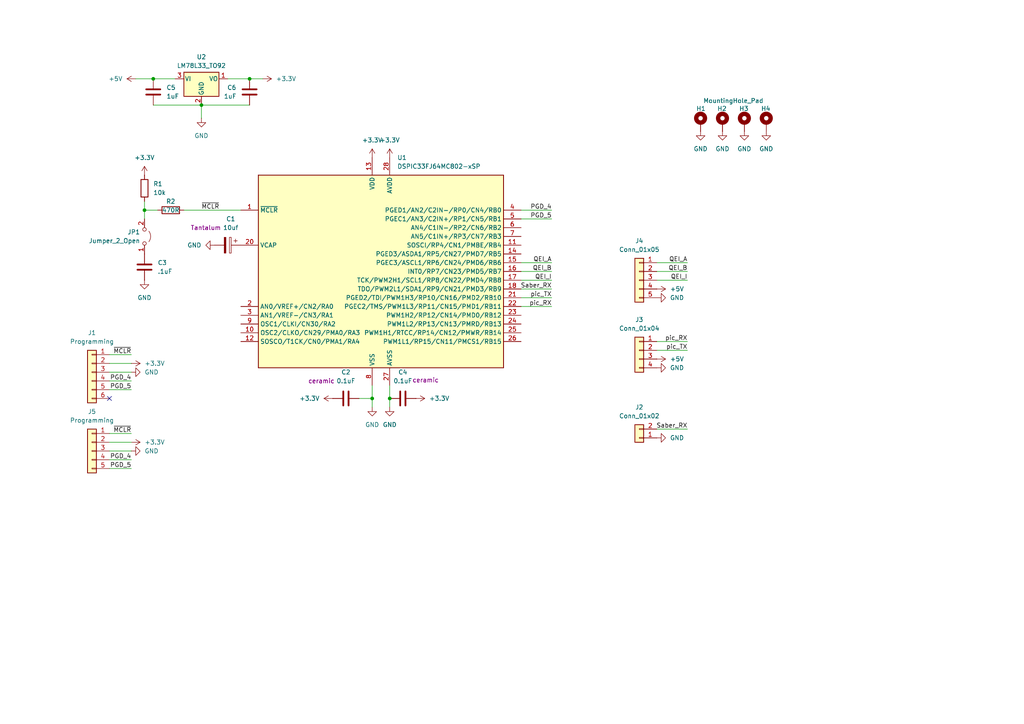
<source format=kicad_sch>
(kicad_sch
	(version 20231120)
	(generator "eeschema")
	(generator_version "8.0")
	(uuid "cddeca6e-8bbc-4229-9be7-e2ac27b8ffa8")
	(paper "A4")
	(lib_symbols
		(symbol "Connector_Generic:Conn_01x02"
			(pin_names
				(offset 1.016) hide)
			(exclude_from_sim no)
			(in_bom yes)
			(on_board yes)
			(property "Reference" "J"
				(at 0 2.54 0)
				(effects
					(font
						(size 1.27 1.27)
					)
				)
			)
			(property "Value" "Conn_01x02"
				(at 0 -5.08 0)
				(effects
					(font
						(size 1.27 1.27)
					)
				)
			)
			(property "Footprint" ""
				(at 0 0 0)
				(effects
					(font
						(size 1.27 1.27)
					)
					(hide yes)
				)
			)
			(property "Datasheet" "~"
				(at 0 0 0)
				(effects
					(font
						(size 1.27 1.27)
					)
					(hide yes)
				)
			)
			(property "Description" "Generic connector, single row, 01x02, script generated (kicad-library-utils/schlib/autogen/connector/)"
				(at 0 0 0)
				(effects
					(font
						(size 1.27 1.27)
					)
					(hide yes)
				)
			)
			(property "ki_keywords" "connector"
				(at 0 0 0)
				(effects
					(font
						(size 1.27 1.27)
					)
					(hide yes)
				)
			)
			(property "ki_fp_filters" "Connector*:*_1x??_*"
				(at 0 0 0)
				(effects
					(font
						(size 1.27 1.27)
					)
					(hide yes)
				)
			)
			(symbol "Conn_01x02_1_1"
				(rectangle
					(start -1.27 -2.413)
					(end 0 -2.667)
					(stroke
						(width 0.1524)
						(type default)
					)
					(fill
						(type none)
					)
				)
				(rectangle
					(start -1.27 0.127)
					(end 0 -0.127)
					(stroke
						(width 0.1524)
						(type default)
					)
					(fill
						(type none)
					)
				)
				(rectangle
					(start -1.27 1.27)
					(end 1.27 -3.81)
					(stroke
						(width 0.254)
						(type default)
					)
					(fill
						(type background)
					)
				)
				(pin passive line
					(at -5.08 0 0)
					(length 3.81)
					(name "Pin_1"
						(effects
							(font
								(size 1.27 1.27)
							)
						)
					)
					(number "1"
						(effects
							(font
								(size 1.27 1.27)
							)
						)
					)
				)
				(pin passive line
					(at -5.08 -2.54 0)
					(length 3.81)
					(name "Pin_2"
						(effects
							(font
								(size 1.27 1.27)
							)
						)
					)
					(number "2"
						(effects
							(font
								(size 1.27 1.27)
							)
						)
					)
				)
			)
		)
		(symbol "Connector_Generic:Conn_01x04"
			(pin_names
				(offset 1.016) hide)
			(exclude_from_sim no)
			(in_bom yes)
			(on_board yes)
			(property "Reference" "J"
				(at 0 5.08 0)
				(effects
					(font
						(size 1.27 1.27)
					)
				)
			)
			(property "Value" "Conn_01x04"
				(at 0 -7.62 0)
				(effects
					(font
						(size 1.27 1.27)
					)
				)
			)
			(property "Footprint" ""
				(at 0 0 0)
				(effects
					(font
						(size 1.27 1.27)
					)
					(hide yes)
				)
			)
			(property "Datasheet" "~"
				(at 0 0 0)
				(effects
					(font
						(size 1.27 1.27)
					)
					(hide yes)
				)
			)
			(property "Description" "Generic connector, single row, 01x04, script generated (kicad-library-utils/schlib/autogen/connector/)"
				(at 0 0 0)
				(effects
					(font
						(size 1.27 1.27)
					)
					(hide yes)
				)
			)
			(property "ki_keywords" "connector"
				(at 0 0 0)
				(effects
					(font
						(size 1.27 1.27)
					)
					(hide yes)
				)
			)
			(property "ki_fp_filters" "Connector*:*_1x??_*"
				(at 0 0 0)
				(effects
					(font
						(size 1.27 1.27)
					)
					(hide yes)
				)
			)
			(symbol "Conn_01x04_1_1"
				(rectangle
					(start -1.27 -4.953)
					(end 0 -5.207)
					(stroke
						(width 0.1524)
						(type default)
					)
					(fill
						(type none)
					)
				)
				(rectangle
					(start -1.27 -2.413)
					(end 0 -2.667)
					(stroke
						(width 0.1524)
						(type default)
					)
					(fill
						(type none)
					)
				)
				(rectangle
					(start -1.27 0.127)
					(end 0 -0.127)
					(stroke
						(width 0.1524)
						(type default)
					)
					(fill
						(type none)
					)
				)
				(rectangle
					(start -1.27 2.667)
					(end 0 2.413)
					(stroke
						(width 0.1524)
						(type default)
					)
					(fill
						(type none)
					)
				)
				(rectangle
					(start -1.27 3.81)
					(end 1.27 -6.35)
					(stroke
						(width 0.254)
						(type default)
					)
					(fill
						(type background)
					)
				)
				(pin passive line
					(at -5.08 2.54 0)
					(length 3.81)
					(name "Pin_1"
						(effects
							(font
								(size 1.27 1.27)
							)
						)
					)
					(number "1"
						(effects
							(font
								(size 1.27 1.27)
							)
						)
					)
				)
				(pin passive line
					(at -5.08 0 0)
					(length 3.81)
					(name "Pin_2"
						(effects
							(font
								(size 1.27 1.27)
							)
						)
					)
					(number "2"
						(effects
							(font
								(size 1.27 1.27)
							)
						)
					)
				)
				(pin passive line
					(at -5.08 -2.54 0)
					(length 3.81)
					(name "Pin_3"
						(effects
							(font
								(size 1.27 1.27)
							)
						)
					)
					(number "3"
						(effects
							(font
								(size 1.27 1.27)
							)
						)
					)
				)
				(pin passive line
					(at -5.08 -5.08 0)
					(length 3.81)
					(name "Pin_4"
						(effects
							(font
								(size 1.27 1.27)
							)
						)
					)
					(number "4"
						(effects
							(font
								(size 1.27 1.27)
							)
						)
					)
				)
			)
		)
		(symbol "Connector_Generic:Conn_01x05"
			(pin_names
				(offset 1.016) hide)
			(exclude_from_sim no)
			(in_bom yes)
			(on_board yes)
			(property "Reference" "J"
				(at 0 7.62 0)
				(effects
					(font
						(size 1.27 1.27)
					)
				)
			)
			(property "Value" "Conn_01x05"
				(at 0 -7.62 0)
				(effects
					(font
						(size 1.27 1.27)
					)
				)
			)
			(property "Footprint" ""
				(at 0 0 0)
				(effects
					(font
						(size 1.27 1.27)
					)
					(hide yes)
				)
			)
			(property "Datasheet" "~"
				(at 0 0 0)
				(effects
					(font
						(size 1.27 1.27)
					)
					(hide yes)
				)
			)
			(property "Description" "Generic connector, single row, 01x05, script generated (kicad-library-utils/schlib/autogen/connector/)"
				(at 0 0 0)
				(effects
					(font
						(size 1.27 1.27)
					)
					(hide yes)
				)
			)
			(property "ki_keywords" "connector"
				(at 0 0 0)
				(effects
					(font
						(size 1.27 1.27)
					)
					(hide yes)
				)
			)
			(property "ki_fp_filters" "Connector*:*_1x??_*"
				(at 0 0 0)
				(effects
					(font
						(size 1.27 1.27)
					)
					(hide yes)
				)
			)
			(symbol "Conn_01x05_1_1"
				(rectangle
					(start -1.27 -4.953)
					(end 0 -5.207)
					(stroke
						(width 0.1524)
						(type default)
					)
					(fill
						(type none)
					)
				)
				(rectangle
					(start -1.27 -2.413)
					(end 0 -2.667)
					(stroke
						(width 0.1524)
						(type default)
					)
					(fill
						(type none)
					)
				)
				(rectangle
					(start -1.27 0.127)
					(end 0 -0.127)
					(stroke
						(width 0.1524)
						(type default)
					)
					(fill
						(type none)
					)
				)
				(rectangle
					(start -1.27 2.667)
					(end 0 2.413)
					(stroke
						(width 0.1524)
						(type default)
					)
					(fill
						(type none)
					)
				)
				(rectangle
					(start -1.27 5.207)
					(end 0 4.953)
					(stroke
						(width 0.1524)
						(type default)
					)
					(fill
						(type none)
					)
				)
				(rectangle
					(start -1.27 6.35)
					(end 1.27 -6.35)
					(stroke
						(width 0.254)
						(type default)
					)
					(fill
						(type background)
					)
				)
				(pin passive line
					(at -5.08 5.08 0)
					(length 3.81)
					(name "Pin_1"
						(effects
							(font
								(size 1.27 1.27)
							)
						)
					)
					(number "1"
						(effects
							(font
								(size 1.27 1.27)
							)
						)
					)
				)
				(pin passive line
					(at -5.08 2.54 0)
					(length 3.81)
					(name "Pin_2"
						(effects
							(font
								(size 1.27 1.27)
							)
						)
					)
					(number "2"
						(effects
							(font
								(size 1.27 1.27)
							)
						)
					)
				)
				(pin passive line
					(at -5.08 0 0)
					(length 3.81)
					(name "Pin_3"
						(effects
							(font
								(size 1.27 1.27)
							)
						)
					)
					(number "3"
						(effects
							(font
								(size 1.27 1.27)
							)
						)
					)
				)
				(pin passive line
					(at -5.08 -2.54 0)
					(length 3.81)
					(name "Pin_4"
						(effects
							(font
								(size 1.27 1.27)
							)
						)
					)
					(number "4"
						(effects
							(font
								(size 1.27 1.27)
							)
						)
					)
				)
				(pin passive line
					(at -5.08 -5.08 0)
					(length 3.81)
					(name "Pin_5"
						(effects
							(font
								(size 1.27 1.27)
							)
						)
					)
					(number "5"
						(effects
							(font
								(size 1.27 1.27)
							)
						)
					)
				)
			)
		)
		(symbol "Connector_Generic:Conn_01x06"
			(pin_names
				(offset 1.016) hide)
			(exclude_from_sim no)
			(in_bom yes)
			(on_board yes)
			(property "Reference" "J"
				(at 0 7.62 0)
				(effects
					(font
						(size 1.27 1.27)
					)
				)
			)
			(property "Value" "Conn_01x06"
				(at 0 -10.16 0)
				(effects
					(font
						(size 1.27 1.27)
					)
				)
			)
			(property "Footprint" ""
				(at 0 0 0)
				(effects
					(font
						(size 1.27 1.27)
					)
					(hide yes)
				)
			)
			(property "Datasheet" "~"
				(at 0 0 0)
				(effects
					(font
						(size 1.27 1.27)
					)
					(hide yes)
				)
			)
			(property "Description" "Generic connector, single row, 01x06, script generated (kicad-library-utils/schlib/autogen/connector/)"
				(at 0 0 0)
				(effects
					(font
						(size 1.27 1.27)
					)
					(hide yes)
				)
			)
			(property "ki_keywords" "connector"
				(at 0 0 0)
				(effects
					(font
						(size 1.27 1.27)
					)
					(hide yes)
				)
			)
			(property "ki_fp_filters" "Connector*:*_1x??_*"
				(at 0 0 0)
				(effects
					(font
						(size 1.27 1.27)
					)
					(hide yes)
				)
			)
			(symbol "Conn_01x06_1_1"
				(rectangle
					(start -1.27 -7.493)
					(end 0 -7.747)
					(stroke
						(width 0.1524)
						(type default)
					)
					(fill
						(type none)
					)
				)
				(rectangle
					(start -1.27 -4.953)
					(end 0 -5.207)
					(stroke
						(width 0.1524)
						(type default)
					)
					(fill
						(type none)
					)
				)
				(rectangle
					(start -1.27 -2.413)
					(end 0 -2.667)
					(stroke
						(width 0.1524)
						(type default)
					)
					(fill
						(type none)
					)
				)
				(rectangle
					(start -1.27 0.127)
					(end 0 -0.127)
					(stroke
						(width 0.1524)
						(type default)
					)
					(fill
						(type none)
					)
				)
				(rectangle
					(start -1.27 2.667)
					(end 0 2.413)
					(stroke
						(width 0.1524)
						(type default)
					)
					(fill
						(type none)
					)
				)
				(rectangle
					(start -1.27 5.207)
					(end 0 4.953)
					(stroke
						(width 0.1524)
						(type default)
					)
					(fill
						(type none)
					)
				)
				(rectangle
					(start -1.27 6.35)
					(end 1.27 -8.89)
					(stroke
						(width 0.254)
						(type default)
					)
					(fill
						(type background)
					)
				)
				(pin passive line
					(at -5.08 5.08 0)
					(length 3.81)
					(name "Pin_1"
						(effects
							(font
								(size 1.27 1.27)
							)
						)
					)
					(number "1"
						(effects
							(font
								(size 1.27 1.27)
							)
						)
					)
				)
				(pin passive line
					(at -5.08 2.54 0)
					(length 3.81)
					(name "Pin_2"
						(effects
							(font
								(size 1.27 1.27)
							)
						)
					)
					(number "2"
						(effects
							(font
								(size 1.27 1.27)
							)
						)
					)
				)
				(pin passive line
					(at -5.08 0 0)
					(length 3.81)
					(name "Pin_3"
						(effects
							(font
								(size 1.27 1.27)
							)
						)
					)
					(number "3"
						(effects
							(font
								(size 1.27 1.27)
							)
						)
					)
				)
				(pin passive line
					(at -5.08 -2.54 0)
					(length 3.81)
					(name "Pin_4"
						(effects
							(font
								(size 1.27 1.27)
							)
						)
					)
					(number "4"
						(effects
							(font
								(size 1.27 1.27)
							)
						)
					)
				)
				(pin passive line
					(at -5.08 -5.08 0)
					(length 3.81)
					(name "Pin_5"
						(effects
							(font
								(size 1.27 1.27)
							)
						)
					)
					(number "5"
						(effects
							(font
								(size 1.27 1.27)
							)
						)
					)
				)
				(pin passive line
					(at -5.08 -7.62 0)
					(length 3.81)
					(name "Pin_6"
						(effects
							(font
								(size 1.27 1.27)
							)
						)
					)
					(number "6"
						(effects
							(font
								(size 1.27 1.27)
							)
						)
					)
				)
			)
		)
		(symbol "DSP_Microchip_DSPIC33:DSPIC33FJ64MC802-xSP"
			(exclude_from_sim no)
			(in_bom yes)
			(on_board yes)
			(property "Reference" "U"
				(at -31.75 29.21 0)
				(effects
					(font
						(size 1.27 1.27)
					)
				)
			)
			(property "Value" "DSPIC33FJ64MC802-xSP"
				(at 22.86 29.21 0)
				(effects
					(font
						(size 1.27 1.27)
					)
				)
			)
			(property "Footprint" "Package_DIP:DIP-28_W7.62mm"
				(at 0 0 0)
				(effects
					(font
						(size 1.27 1.27)
					)
					(hide yes)
				)
			)
			(property "Datasheet" "http://ww1.microchip.com/downloads/en/DeviceDoc/70291G.pdf"
				(at 0 0 0)
				(effects
					(font
						(size 1.27 1.27)
					)
					(hide yes)
				)
			)
			(property "Description" "40 MIPS, 64k Flash, 16k SRAM, DIP-28"
				(at 0 0 0)
				(effects
					(font
						(size 1.27 1.27)
					)
					(hide yes)
				)
			)
			(property "ki_keywords" "16-bit Digital Signal Controller Microchip dsPIC"
				(at 0 0 0)
				(effects
					(font
						(size 1.27 1.27)
					)
					(hide yes)
				)
			)
			(property "ki_fp_filters" "DIP*W7.62mm*"
				(at 0 0 0)
				(effects
					(font
						(size 1.27 1.27)
					)
					(hide yes)
				)
			)
			(symbol "DSPIC33FJ64MC802-xSP_0_1"
				(rectangle
					(start -35.56 27.94)
					(end 35.56 -27.94)
					(stroke
						(width 0.254)
						(type default)
					)
					(fill
						(type background)
					)
				)
			)
			(symbol "DSPIC33FJ64MC802-xSP_1_1"
				(pin input line
					(at -40.64 17.78 0)
					(length 5.08)
					(name "~{MCLR}"
						(effects
							(font
								(size 1.27 1.27)
							)
						)
					)
					(number "1"
						(effects
							(font
								(size 1.27 1.27)
							)
						)
					)
				)
				(pin bidirectional line
					(at -40.64 -17.78 0)
					(length 5.08)
					(name "OSC2/CLKO/CN29/PMA0/RA3"
						(effects
							(font
								(size 1.27 1.27)
							)
						)
					)
					(number "10"
						(effects
							(font
								(size 1.27 1.27)
							)
						)
					)
				)
				(pin bidirectional line
					(at 40.64 7.62 180)
					(length 5.08)
					(name "SOSCI/RP4/CN1/PMBE/RB4"
						(effects
							(font
								(size 1.27 1.27)
							)
						)
					)
					(number "11"
						(effects
							(font
								(size 1.27 1.27)
							)
						)
					)
				)
				(pin bidirectional line
					(at -40.64 -20.32 0)
					(length 5.08)
					(name "SOSCO/T1CK/CN0/PMA1/RA4"
						(effects
							(font
								(size 1.27 1.27)
							)
						)
					)
					(number "12"
						(effects
							(font
								(size 1.27 1.27)
							)
						)
					)
				)
				(pin power_in line
					(at -2.54 33.02 270)
					(length 5.08)
					(name "VDD"
						(effects
							(font
								(size 1.27 1.27)
							)
						)
					)
					(number "13"
						(effects
							(font
								(size 1.27 1.27)
							)
						)
					)
				)
				(pin bidirectional line
					(at 40.64 5.08 180)
					(length 5.08)
					(name "PGED3/ASDA1/RP5/CN27/PMD7/RB5"
						(effects
							(font
								(size 1.27 1.27)
							)
						)
					)
					(number "14"
						(effects
							(font
								(size 1.27 1.27)
							)
						)
					)
				)
				(pin bidirectional line
					(at 40.64 2.54 180)
					(length 5.08)
					(name "PGEC3/ASCL1/RP6/CN24/PMD6/RB6"
						(effects
							(font
								(size 1.27 1.27)
							)
						)
					)
					(number "15"
						(effects
							(font
								(size 1.27 1.27)
							)
						)
					)
				)
				(pin bidirectional line
					(at 40.64 0 180)
					(length 5.08)
					(name "INT0/RP7/CN23/PMD5/RB7"
						(effects
							(font
								(size 1.27 1.27)
							)
						)
					)
					(number "16"
						(effects
							(font
								(size 1.27 1.27)
							)
						)
					)
				)
				(pin bidirectional line
					(at 40.64 -2.54 180)
					(length 5.08)
					(name "TCK/PWM2H1/SCL1/RP8/CN22/PMD4/RB8"
						(effects
							(font
								(size 1.27 1.27)
							)
						)
					)
					(number "17"
						(effects
							(font
								(size 1.27 1.27)
							)
						)
					)
				)
				(pin bidirectional line
					(at 40.64 -5.08 180)
					(length 5.08)
					(name "TDO/PWM2L1/SDA1/RP9/CN21/PMD3/RB9"
						(effects
							(font
								(size 1.27 1.27)
							)
						)
					)
					(number "18"
						(effects
							(font
								(size 1.27 1.27)
							)
						)
					)
				)
				(pin passive line
					(at -2.54 -33.02 90)
					(length 5.08) hide
					(name "VSS"
						(effects
							(font
								(size 1.27 1.27)
							)
						)
					)
					(number "19"
						(effects
							(font
								(size 1.27 1.27)
							)
						)
					)
				)
				(pin bidirectional line
					(at -40.64 -10.16 0)
					(length 5.08)
					(name "AN0/VREF+/CN2/RA0"
						(effects
							(font
								(size 1.27 1.27)
							)
						)
					)
					(number "2"
						(effects
							(font
								(size 1.27 1.27)
							)
						)
					)
				)
				(pin passive line
					(at -40.64 7.62 0)
					(length 5.08)
					(name "VCAP"
						(effects
							(font
								(size 1.27 1.27)
							)
						)
					)
					(number "20"
						(effects
							(font
								(size 1.27 1.27)
							)
						)
					)
				)
				(pin bidirectional line
					(at 40.64 -7.62 180)
					(length 5.08)
					(name "PGED2/TDI/PWM1H3/RP10/CN16/PMD2/RB10"
						(effects
							(font
								(size 1.27 1.27)
							)
						)
					)
					(number "21"
						(effects
							(font
								(size 1.27 1.27)
							)
						)
					)
				)
				(pin bidirectional line
					(at 40.64 -10.16 180)
					(length 5.08)
					(name "PGEC2/TMS/PWM1L3/RP11/CN15/PMD1/RB11"
						(effects
							(font
								(size 1.27 1.27)
							)
						)
					)
					(number "22"
						(effects
							(font
								(size 1.27 1.27)
							)
						)
					)
				)
				(pin bidirectional line
					(at 40.64 -12.7 180)
					(length 5.08)
					(name "PWM1H2/RP12/CN14/PMD0/RB12"
						(effects
							(font
								(size 1.27 1.27)
							)
						)
					)
					(number "23"
						(effects
							(font
								(size 1.27 1.27)
							)
						)
					)
				)
				(pin bidirectional line
					(at 40.64 -15.24 180)
					(length 5.08)
					(name "PWM1L2/RP13/CN13/PMRD/RB13"
						(effects
							(font
								(size 1.27 1.27)
							)
						)
					)
					(number "24"
						(effects
							(font
								(size 1.27 1.27)
							)
						)
					)
				)
				(pin bidirectional line
					(at 40.64 -17.78 180)
					(length 5.08)
					(name "PWM1H1/RTCC/RP14/CN12/PMWR/RB14"
						(effects
							(font
								(size 1.27 1.27)
							)
						)
					)
					(number "25"
						(effects
							(font
								(size 1.27 1.27)
							)
						)
					)
				)
				(pin bidirectional line
					(at 40.64 -20.32 180)
					(length 5.08)
					(name "PWM1L1/RP15/CN11/PMCS1/RB15"
						(effects
							(font
								(size 1.27 1.27)
							)
						)
					)
					(number "26"
						(effects
							(font
								(size 1.27 1.27)
							)
						)
					)
				)
				(pin power_in line
					(at 2.54 -33.02 90)
					(length 5.08)
					(name "AVSS"
						(effects
							(font
								(size 1.27 1.27)
							)
						)
					)
					(number "27"
						(effects
							(font
								(size 1.27 1.27)
							)
						)
					)
				)
				(pin power_in line
					(at 2.54 33.02 270)
					(length 5.08)
					(name "AVDD"
						(effects
							(font
								(size 1.27 1.27)
							)
						)
					)
					(number "28"
						(effects
							(font
								(size 1.27 1.27)
							)
						)
					)
				)
				(pin bidirectional line
					(at -40.64 -12.7 0)
					(length 5.08)
					(name "AN1/VREF-/CN3/RA1"
						(effects
							(font
								(size 1.27 1.27)
							)
						)
					)
					(number "3"
						(effects
							(font
								(size 1.27 1.27)
							)
						)
					)
				)
				(pin bidirectional line
					(at 40.64 17.78 180)
					(length 5.08)
					(name "PGED1/AN2/C2IN-/RP0/CN4/RB0"
						(effects
							(font
								(size 1.27 1.27)
							)
						)
					)
					(number "4"
						(effects
							(font
								(size 1.27 1.27)
							)
						)
					)
				)
				(pin bidirectional line
					(at 40.64 15.24 180)
					(length 5.08)
					(name "PGEC1/AN3/C2IN+/RP1/CN5/RB1"
						(effects
							(font
								(size 1.27 1.27)
							)
						)
					)
					(number "5"
						(effects
							(font
								(size 1.27 1.27)
							)
						)
					)
				)
				(pin bidirectional line
					(at 40.64 12.7 180)
					(length 5.08)
					(name "AN4/C1IN-/RP2/CN6/RB2"
						(effects
							(font
								(size 1.27 1.27)
							)
						)
					)
					(number "6"
						(effects
							(font
								(size 1.27 1.27)
							)
						)
					)
				)
				(pin bidirectional line
					(at 40.64 10.16 180)
					(length 5.08)
					(name "AN5/C1IN+/RP3/CN7/RB3"
						(effects
							(font
								(size 1.27 1.27)
							)
						)
					)
					(number "7"
						(effects
							(font
								(size 1.27 1.27)
							)
						)
					)
				)
				(pin power_in line
					(at -2.54 -33.02 90)
					(length 5.08)
					(name "VSS"
						(effects
							(font
								(size 1.27 1.27)
							)
						)
					)
					(number "8"
						(effects
							(font
								(size 1.27 1.27)
							)
						)
					)
				)
				(pin bidirectional line
					(at -40.64 -15.24 0)
					(length 5.08)
					(name "OSC1/CLKI/CN30/RA2"
						(effects
							(font
								(size 1.27 1.27)
							)
						)
					)
					(number "9"
						(effects
							(font
								(size 1.27 1.27)
							)
						)
					)
				)
			)
		)
		(symbol "Device:C"
			(pin_numbers hide)
			(pin_names
				(offset 0.254)
			)
			(exclude_from_sim no)
			(in_bom yes)
			(on_board yes)
			(property "Reference" "C"
				(at 0.635 2.54 0)
				(effects
					(font
						(size 1.27 1.27)
					)
					(justify left)
				)
			)
			(property "Value" "C"
				(at 0.635 -2.54 0)
				(effects
					(font
						(size 1.27 1.27)
					)
					(justify left)
				)
			)
			(property "Footprint" ""
				(at 0.9652 -3.81 0)
				(effects
					(font
						(size 1.27 1.27)
					)
					(hide yes)
				)
			)
			(property "Datasheet" "~"
				(at 0 0 0)
				(effects
					(font
						(size 1.27 1.27)
					)
					(hide yes)
				)
			)
			(property "Description" "Unpolarized capacitor"
				(at 0 0 0)
				(effects
					(font
						(size 1.27 1.27)
					)
					(hide yes)
				)
			)
			(property "ki_keywords" "cap capacitor"
				(at 0 0 0)
				(effects
					(font
						(size 1.27 1.27)
					)
					(hide yes)
				)
			)
			(property "ki_fp_filters" "C_*"
				(at 0 0 0)
				(effects
					(font
						(size 1.27 1.27)
					)
					(hide yes)
				)
			)
			(symbol "C_0_1"
				(polyline
					(pts
						(xy -2.032 -0.762) (xy 2.032 -0.762)
					)
					(stroke
						(width 0.508)
						(type default)
					)
					(fill
						(type none)
					)
				)
				(polyline
					(pts
						(xy -2.032 0.762) (xy 2.032 0.762)
					)
					(stroke
						(width 0.508)
						(type default)
					)
					(fill
						(type none)
					)
				)
			)
			(symbol "C_1_1"
				(pin passive line
					(at 0 3.81 270)
					(length 2.794)
					(name "~"
						(effects
							(font
								(size 1.27 1.27)
							)
						)
					)
					(number "1"
						(effects
							(font
								(size 1.27 1.27)
							)
						)
					)
				)
				(pin passive line
					(at 0 -3.81 90)
					(length 2.794)
					(name "~"
						(effects
							(font
								(size 1.27 1.27)
							)
						)
					)
					(number "2"
						(effects
							(font
								(size 1.27 1.27)
							)
						)
					)
				)
			)
		)
		(symbol "Device:C_Polarized"
			(pin_numbers hide)
			(pin_names
				(offset 0.254)
			)
			(exclude_from_sim no)
			(in_bom yes)
			(on_board yes)
			(property "Reference" "C"
				(at 0.635 2.54 0)
				(effects
					(font
						(size 1.27 1.27)
					)
					(justify left)
				)
			)
			(property "Value" "C_Polarized"
				(at 0.635 -2.54 0)
				(effects
					(font
						(size 1.27 1.27)
					)
					(justify left)
				)
			)
			(property "Footprint" ""
				(at 0.9652 -3.81 0)
				(effects
					(font
						(size 1.27 1.27)
					)
					(hide yes)
				)
			)
			(property "Datasheet" "~"
				(at 0 0 0)
				(effects
					(font
						(size 1.27 1.27)
					)
					(hide yes)
				)
			)
			(property "Description" "Polarized capacitor"
				(at 0 0 0)
				(effects
					(font
						(size 1.27 1.27)
					)
					(hide yes)
				)
			)
			(property "ki_keywords" "cap capacitor"
				(at 0 0 0)
				(effects
					(font
						(size 1.27 1.27)
					)
					(hide yes)
				)
			)
			(property "ki_fp_filters" "CP_*"
				(at 0 0 0)
				(effects
					(font
						(size 1.27 1.27)
					)
					(hide yes)
				)
			)
			(symbol "C_Polarized_0_1"
				(rectangle
					(start -2.286 0.508)
					(end 2.286 1.016)
					(stroke
						(width 0)
						(type default)
					)
					(fill
						(type none)
					)
				)
				(polyline
					(pts
						(xy -1.778 2.286) (xy -0.762 2.286)
					)
					(stroke
						(width 0)
						(type default)
					)
					(fill
						(type none)
					)
				)
				(polyline
					(pts
						(xy -1.27 2.794) (xy -1.27 1.778)
					)
					(stroke
						(width 0)
						(type default)
					)
					(fill
						(type none)
					)
				)
				(rectangle
					(start 2.286 -0.508)
					(end -2.286 -1.016)
					(stroke
						(width 0)
						(type default)
					)
					(fill
						(type outline)
					)
				)
			)
			(symbol "C_Polarized_1_1"
				(pin passive line
					(at 0 3.81 270)
					(length 2.794)
					(name "~"
						(effects
							(font
								(size 1.27 1.27)
							)
						)
					)
					(number "1"
						(effects
							(font
								(size 1.27 1.27)
							)
						)
					)
				)
				(pin passive line
					(at 0 -3.81 90)
					(length 2.794)
					(name "~"
						(effects
							(font
								(size 1.27 1.27)
							)
						)
					)
					(number "2"
						(effects
							(font
								(size 1.27 1.27)
							)
						)
					)
				)
			)
		)
		(symbol "Device:R"
			(pin_numbers hide)
			(pin_names
				(offset 0)
			)
			(exclude_from_sim no)
			(in_bom yes)
			(on_board yes)
			(property "Reference" "R"
				(at 2.032 0 90)
				(effects
					(font
						(size 1.27 1.27)
					)
				)
			)
			(property "Value" "R"
				(at 0 0 90)
				(effects
					(font
						(size 1.27 1.27)
					)
				)
			)
			(property "Footprint" ""
				(at -1.778 0 90)
				(effects
					(font
						(size 1.27 1.27)
					)
					(hide yes)
				)
			)
			(property "Datasheet" "~"
				(at 0 0 0)
				(effects
					(font
						(size 1.27 1.27)
					)
					(hide yes)
				)
			)
			(property "Description" "Resistor"
				(at 0 0 0)
				(effects
					(font
						(size 1.27 1.27)
					)
					(hide yes)
				)
			)
			(property "ki_keywords" "R res resistor"
				(at 0 0 0)
				(effects
					(font
						(size 1.27 1.27)
					)
					(hide yes)
				)
			)
			(property "ki_fp_filters" "R_*"
				(at 0 0 0)
				(effects
					(font
						(size 1.27 1.27)
					)
					(hide yes)
				)
			)
			(symbol "R_0_1"
				(rectangle
					(start -1.016 -2.54)
					(end 1.016 2.54)
					(stroke
						(width 0.254)
						(type default)
					)
					(fill
						(type none)
					)
				)
			)
			(symbol "R_1_1"
				(pin passive line
					(at 0 3.81 270)
					(length 1.27)
					(name "~"
						(effects
							(font
								(size 1.27 1.27)
							)
						)
					)
					(number "1"
						(effects
							(font
								(size 1.27 1.27)
							)
						)
					)
				)
				(pin passive line
					(at 0 -3.81 90)
					(length 1.27)
					(name "~"
						(effects
							(font
								(size 1.27 1.27)
							)
						)
					)
					(number "2"
						(effects
							(font
								(size 1.27 1.27)
							)
						)
					)
				)
			)
		)
		(symbol "Jumper:Jumper_2_Open"
			(pin_names
				(offset 0) hide)
			(exclude_from_sim no)
			(in_bom yes)
			(on_board yes)
			(property "Reference" "JP"
				(at 0 2.794 0)
				(effects
					(font
						(size 1.27 1.27)
					)
				)
			)
			(property "Value" "Jumper_2_Open"
				(at 0 -2.286 0)
				(effects
					(font
						(size 1.27 1.27)
					)
				)
			)
			(property "Footprint" ""
				(at 0 0 0)
				(effects
					(font
						(size 1.27 1.27)
					)
					(hide yes)
				)
			)
			(property "Datasheet" "~"
				(at 0 0 0)
				(effects
					(font
						(size 1.27 1.27)
					)
					(hide yes)
				)
			)
			(property "Description" "Jumper, 2-pole, open"
				(at 0 0 0)
				(effects
					(font
						(size 1.27 1.27)
					)
					(hide yes)
				)
			)
			(property "ki_keywords" "Jumper SPST"
				(at 0 0 0)
				(effects
					(font
						(size 1.27 1.27)
					)
					(hide yes)
				)
			)
			(property "ki_fp_filters" "Jumper* TestPoint*2Pads* TestPoint*Bridge*"
				(at 0 0 0)
				(effects
					(font
						(size 1.27 1.27)
					)
					(hide yes)
				)
			)
			(symbol "Jumper_2_Open_0_0"
				(circle
					(center -2.032 0)
					(radius 0.508)
					(stroke
						(width 0)
						(type default)
					)
					(fill
						(type none)
					)
				)
				(circle
					(center 2.032 0)
					(radius 0.508)
					(stroke
						(width 0)
						(type default)
					)
					(fill
						(type none)
					)
				)
			)
			(symbol "Jumper_2_Open_0_1"
				(arc
					(start 1.524 1.27)
					(mid 0 1.778)
					(end -1.524 1.27)
					(stroke
						(width 0)
						(type default)
					)
					(fill
						(type none)
					)
				)
			)
			(symbol "Jumper_2_Open_1_1"
				(pin passive line
					(at -5.08 0 0)
					(length 2.54)
					(name "A"
						(effects
							(font
								(size 1.27 1.27)
							)
						)
					)
					(number "1"
						(effects
							(font
								(size 1.27 1.27)
							)
						)
					)
				)
				(pin passive line
					(at 5.08 0 180)
					(length 2.54)
					(name "B"
						(effects
							(font
								(size 1.27 1.27)
							)
						)
					)
					(number "2"
						(effects
							(font
								(size 1.27 1.27)
							)
						)
					)
				)
			)
		)
		(symbol "Mechanical:MountingHole_Pad"
			(pin_numbers hide)
			(pin_names
				(offset 1.016) hide)
			(exclude_from_sim no)
			(in_bom yes)
			(on_board yes)
			(property "Reference" "H"
				(at 0 6.35 0)
				(effects
					(font
						(size 1.27 1.27)
					)
				)
			)
			(property "Value" "MountingHole_Pad"
				(at 0 4.445 0)
				(effects
					(font
						(size 1.27 1.27)
					)
				)
			)
			(property "Footprint" ""
				(at 0 0 0)
				(effects
					(font
						(size 1.27 1.27)
					)
					(hide yes)
				)
			)
			(property "Datasheet" "~"
				(at 0 0 0)
				(effects
					(font
						(size 1.27 1.27)
					)
					(hide yes)
				)
			)
			(property "Description" "Mounting Hole with connection"
				(at 0 0 0)
				(effects
					(font
						(size 1.27 1.27)
					)
					(hide yes)
				)
			)
			(property "ki_keywords" "mounting hole"
				(at 0 0 0)
				(effects
					(font
						(size 1.27 1.27)
					)
					(hide yes)
				)
			)
			(property "ki_fp_filters" "MountingHole*Pad*"
				(at 0 0 0)
				(effects
					(font
						(size 1.27 1.27)
					)
					(hide yes)
				)
			)
			(symbol "MountingHole_Pad_0_1"
				(circle
					(center 0 1.27)
					(radius 1.27)
					(stroke
						(width 1.27)
						(type default)
					)
					(fill
						(type none)
					)
				)
			)
			(symbol "MountingHole_Pad_1_1"
				(pin input line
					(at 0 -2.54 90)
					(length 2.54)
					(name "1"
						(effects
							(font
								(size 1.27 1.27)
							)
						)
					)
					(number "1"
						(effects
							(font
								(size 1.27 1.27)
							)
						)
					)
				)
			)
		)
		(symbol "Regulator_Linear:LM78L12_TO92"
			(pin_names
				(offset 0.254)
			)
			(exclude_from_sim no)
			(in_bom yes)
			(on_board yes)
			(property "Reference" "U"
				(at -3.81 3.175 0)
				(effects
					(font
						(size 1.27 1.27)
					)
				)
			)
			(property "Value" "LM78L12_TO92"
				(at 0 3.175 0)
				(effects
					(font
						(size 1.27 1.27)
					)
					(justify left)
				)
			)
			(property "Footprint" "Package_TO_SOT_THT:TO-92_Inline"
				(at 0 5.715 0)
				(effects
					(font
						(size 1.27 1.27)
						(italic yes)
					)
					(hide yes)
				)
			)
			(property "Datasheet" "https://www.onsemi.com/pub/Collateral/MC78L06A-D.pdf"
				(at 0 -1.27 0)
				(effects
					(font
						(size 1.27 1.27)
					)
					(hide yes)
				)
			)
			(property "Description" "Positive 100mA 30V Linear Regulator, Fixed Output 12V, TO-92"
				(at 0 0 0)
				(effects
					(font
						(size 1.27 1.27)
					)
					(hide yes)
				)
			)
			(property "ki_keywords" "Voltage Regulator 100mA Positive"
				(at 0 0 0)
				(effects
					(font
						(size 1.27 1.27)
					)
					(hide yes)
				)
			)
			(property "ki_fp_filters" "TO?92*"
				(at 0 0 0)
				(effects
					(font
						(size 1.27 1.27)
					)
					(hide yes)
				)
			)
			(symbol "LM78L12_TO92_0_1"
				(rectangle
					(start -5.08 -5.08)
					(end 5.08 1.905)
					(stroke
						(width 0.254)
						(type default)
					)
					(fill
						(type background)
					)
				)
			)
			(symbol "LM78L12_TO92_1_1"
				(pin power_out line
					(at 7.62 0 180)
					(length 2.54)
					(name "VO"
						(effects
							(font
								(size 1.27 1.27)
							)
						)
					)
					(number "1"
						(effects
							(font
								(size 1.27 1.27)
							)
						)
					)
				)
				(pin power_in line
					(at 0 -7.62 90)
					(length 2.54)
					(name "GND"
						(effects
							(font
								(size 1.27 1.27)
							)
						)
					)
					(number "2"
						(effects
							(font
								(size 1.27 1.27)
							)
						)
					)
				)
				(pin power_in line
					(at -7.62 0 0)
					(length 2.54)
					(name "VI"
						(effects
							(font
								(size 1.27 1.27)
							)
						)
					)
					(number "3"
						(effects
							(font
								(size 1.27 1.27)
							)
						)
					)
				)
			)
		)
		(symbol "power:+3.3V"
			(power)
			(pin_numbers hide)
			(pin_names
				(offset 0) hide)
			(exclude_from_sim no)
			(in_bom yes)
			(on_board yes)
			(property "Reference" "#PWR"
				(at 0 -3.81 0)
				(effects
					(font
						(size 1.27 1.27)
					)
					(hide yes)
				)
			)
			(property "Value" "+3.3V"
				(at 0 3.556 0)
				(effects
					(font
						(size 1.27 1.27)
					)
				)
			)
			(property "Footprint" ""
				(at 0 0 0)
				(effects
					(font
						(size 1.27 1.27)
					)
					(hide yes)
				)
			)
			(property "Datasheet" ""
				(at 0 0 0)
				(effects
					(font
						(size 1.27 1.27)
					)
					(hide yes)
				)
			)
			(property "Description" "Power symbol creates a global label with name \"+3.3V\""
				(at 0 0 0)
				(effects
					(font
						(size 1.27 1.27)
					)
					(hide yes)
				)
			)
			(property "ki_keywords" "global power"
				(at 0 0 0)
				(effects
					(font
						(size 1.27 1.27)
					)
					(hide yes)
				)
			)
			(symbol "+3.3V_0_1"
				(polyline
					(pts
						(xy -0.762 1.27) (xy 0 2.54)
					)
					(stroke
						(width 0)
						(type default)
					)
					(fill
						(type none)
					)
				)
				(polyline
					(pts
						(xy 0 0) (xy 0 2.54)
					)
					(stroke
						(width 0)
						(type default)
					)
					(fill
						(type none)
					)
				)
				(polyline
					(pts
						(xy 0 2.54) (xy 0.762 1.27)
					)
					(stroke
						(width 0)
						(type default)
					)
					(fill
						(type none)
					)
				)
			)
			(symbol "+3.3V_1_1"
				(pin power_in line
					(at 0 0 90)
					(length 0)
					(name "~"
						(effects
							(font
								(size 1.27 1.27)
							)
						)
					)
					(number "1"
						(effects
							(font
								(size 1.27 1.27)
							)
						)
					)
				)
			)
		)
		(symbol "power:+5V"
			(power)
			(pin_numbers hide)
			(pin_names
				(offset 0) hide)
			(exclude_from_sim no)
			(in_bom yes)
			(on_board yes)
			(property "Reference" "#PWR"
				(at 0 -3.81 0)
				(effects
					(font
						(size 1.27 1.27)
					)
					(hide yes)
				)
			)
			(property "Value" "+5V"
				(at 0 3.556 0)
				(effects
					(font
						(size 1.27 1.27)
					)
				)
			)
			(property "Footprint" ""
				(at 0 0 0)
				(effects
					(font
						(size 1.27 1.27)
					)
					(hide yes)
				)
			)
			(property "Datasheet" ""
				(at 0 0 0)
				(effects
					(font
						(size 1.27 1.27)
					)
					(hide yes)
				)
			)
			(property "Description" "Power symbol creates a global label with name \"+5V\""
				(at 0 0 0)
				(effects
					(font
						(size 1.27 1.27)
					)
					(hide yes)
				)
			)
			(property "ki_keywords" "global power"
				(at 0 0 0)
				(effects
					(font
						(size 1.27 1.27)
					)
					(hide yes)
				)
			)
			(symbol "+5V_0_1"
				(polyline
					(pts
						(xy -0.762 1.27) (xy 0 2.54)
					)
					(stroke
						(width 0)
						(type default)
					)
					(fill
						(type none)
					)
				)
				(polyline
					(pts
						(xy 0 0) (xy 0 2.54)
					)
					(stroke
						(width 0)
						(type default)
					)
					(fill
						(type none)
					)
				)
				(polyline
					(pts
						(xy 0 2.54) (xy 0.762 1.27)
					)
					(stroke
						(width 0)
						(type default)
					)
					(fill
						(type none)
					)
				)
			)
			(symbol "+5V_1_1"
				(pin power_in line
					(at 0 0 90)
					(length 0)
					(name "~"
						(effects
							(font
								(size 1.27 1.27)
							)
						)
					)
					(number "1"
						(effects
							(font
								(size 1.27 1.27)
							)
						)
					)
				)
			)
		)
		(symbol "power:GND"
			(power)
			(pin_numbers hide)
			(pin_names
				(offset 0) hide)
			(exclude_from_sim no)
			(in_bom yes)
			(on_board yes)
			(property "Reference" "#PWR"
				(at 0 -6.35 0)
				(effects
					(font
						(size 1.27 1.27)
					)
					(hide yes)
				)
			)
			(property "Value" "GND"
				(at 0 -3.81 0)
				(effects
					(font
						(size 1.27 1.27)
					)
				)
			)
			(property "Footprint" ""
				(at 0 0 0)
				(effects
					(font
						(size 1.27 1.27)
					)
					(hide yes)
				)
			)
			(property "Datasheet" ""
				(at 0 0 0)
				(effects
					(font
						(size 1.27 1.27)
					)
					(hide yes)
				)
			)
			(property "Description" "Power symbol creates a global label with name \"GND\" , ground"
				(at 0 0 0)
				(effects
					(font
						(size 1.27 1.27)
					)
					(hide yes)
				)
			)
			(property "ki_keywords" "global power"
				(at 0 0 0)
				(effects
					(font
						(size 1.27 1.27)
					)
					(hide yes)
				)
			)
			(symbol "GND_0_1"
				(polyline
					(pts
						(xy 0 0) (xy 0 -1.27) (xy 1.27 -1.27) (xy 0 -2.54) (xy -1.27 -1.27) (xy 0 -1.27)
					)
					(stroke
						(width 0)
						(type default)
					)
					(fill
						(type none)
					)
				)
			)
			(symbol "GND_1_1"
				(pin power_in line
					(at 0 0 270)
					(length 0)
					(name "~"
						(effects
							(font
								(size 1.27 1.27)
							)
						)
					)
					(number "1"
						(effects
							(font
								(size 1.27 1.27)
							)
						)
					)
				)
			)
		)
	)
	(junction
		(at 44.45 22.86)
		(diameter 0)
		(color 0 0 0 0)
		(uuid "1810b84b-0ced-4cec-9a9f-eb65ff7f2a77")
	)
	(junction
		(at 41.91 60.96)
		(diameter 0)
		(color 0 0 0 0)
		(uuid "2ab26f60-a925-4ddc-a4b0-7ffec8bfdbb1")
	)
	(junction
		(at 72.39 22.86)
		(diameter 0)
		(color 0 0 0 0)
		(uuid "3a792ed8-3aba-4ba4-93a1-301eef445464")
	)
	(junction
		(at 107.95 115.57)
		(diameter 0)
		(color 0 0 0 0)
		(uuid "44fd5663-8c41-4274-a284-dc3e640cf043")
	)
	(junction
		(at 58.42 30.48)
		(diameter 0)
		(color 0 0 0 0)
		(uuid "a535e754-0ed5-4972-bd85-fdf6ed615fba")
	)
	(junction
		(at 113.03 115.57)
		(diameter 0)
		(color 0 0 0 0)
		(uuid "bcdf4978-e16f-448a-9e47-4b938be78c27")
	)
	(no_connect
		(at 31.75 115.57)
		(uuid "bb9a25b7-360d-4ebc-b4f8-ea099b96d353")
	)
	(wire
		(pts
			(xy 151.13 88.9) (xy 160.02 88.9)
		)
		(stroke
			(width 0)
			(type default)
		)
		(uuid "03d01bc7-2c19-40d9-ae8a-28c910ce7635")
	)
	(wire
		(pts
			(xy 31.75 113.03) (xy 38.1 113.03)
		)
		(stroke
			(width 0)
			(type default)
		)
		(uuid "0903ff2d-a360-412c-afa3-04eace09eb8d")
	)
	(wire
		(pts
			(xy 31.75 133.35) (xy 38.1 133.35)
		)
		(stroke
			(width 0)
			(type default)
		)
		(uuid "1435b80c-dfd4-44a0-be48-28cecceb8c67")
	)
	(wire
		(pts
			(xy 151.13 76.2) (xy 160.02 76.2)
		)
		(stroke
			(width 0)
			(type default)
		)
		(uuid "1ae62b31-60ac-4cca-9b82-a98af6ad0eea")
	)
	(wire
		(pts
			(xy 76.2 22.86) (xy 72.39 22.86)
		)
		(stroke
			(width 0)
			(type default)
		)
		(uuid "2959ef35-fab3-4a2c-877e-40a7395ab44a")
	)
	(wire
		(pts
			(xy 151.13 83.82) (xy 160.02 83.82)
		)
		(stroke
			(width 0)
			(type default)
		)
		(uuid "2b530a09-03dd-40eb-9990-3362839327ab")
	)
	(wire
		(pts
			(xy 41.91 60.96) (xy 41.91 63.5)
		)
		(stroke
			(width 0)
			(type default)
		)
		(uuid "2e912106-aaf5-4a29-9df2-7f28cacc27b6")
	)
	(wire
		(pts
			(xy 39.37 22.86) (xy 44.45 22.86)
		)
		(stroke
			(width 0)
			(type default)
		)
		(uuid "3418e23f-68bd-41f5-b9c1-7e6ea5f4b09d")
	)
	(wire
		(pts
			(xy 190.5 99.06) (xy 199.39 99.06)
		)
		(stroke
			(width 0)
			(type default)
		)
		(uuid "3d8decfe-c0ff-45bc-be3a-cebddbd9eba7")
	)
	(wire
		(pts
			(xy 44.45 22.86) (xy 50.8 22.86)
		)
		(stroke
			(width 0)
			(type default)
		)
		(uuid "3dfa812b-a294-4957-8a2c-537f9801e482")
	)
	(wire
		(pts
			(xy 31.75 110.49) (xy 38.1 110.49)
		)
		(stroke
			(width 0)
			(type default)
		)
		(uuid "42e003c8-65de-4e7a-936a-bc9fa67c5fbb")
	)
	(wire
		(pts
			(xy 107.95 115.57) (xy 107.95 111.76)
		)
		(stroke
			(width 0)
			(type default)
		)
		(uuid "44e73db5-f8f2-4f7f-a6be-1a83051300f4")
	)
	(wire
		(pts
			(xy 38.1 130.81) (xy 31.75 130.81)
		)
		(stroke
			(width 0)
			(type default)
		)
		(uuid "46020b14-9b8f-4ffc-b47b-54222c3fdecf")
	)
	(wire
		(pts
			(xy 151.13 63.5) (xy 160.02 63.5)
		)
		(stroke
			(width 0)
			(type default)
		)
		(uuid "48f733be-f5e9-454d-9f9f-2c9db75d5275")
	)
	(wire
		(pts
			(xy 44.45 30.48) (xy 58.42 30.48)
		)
		(stroke
			(width 0)
			(type default)
		)
		(uuid "5868bc18-7d13-45f6-b28c-4471892dc014")
	)
	(wire
		(pts
			(xy 113.03 111.76) (xy 113.03 115.57)
		)
		(stroke
			(width 0)
			(type default)
		)
		(uuid "59869664-0a2e-40e8-aa90-9e4da9a947ed")
	)
	(wire
		(pts
			(xy 151.13 78.74) (xy 160.02 78.74)
		)
		(stroke
			(width 0)
			(type default)
		)
		(uuid "6b1ff569-2e08-43d4-ad65-a72b72524db0")
	)
	(wire
		(pts
			(xy 190.5 78.74) (xy 199.39 78.74)
		)
		(stroke
			(width 0)
			(type default)
		)
		(uuid "6bf86da1-e34c-47d3-957c-7bdbb1f909b7")
	)
	(wire
		(pts
			(xy 190.5 81.28) (xy 199.39 81.28)
		)
		(stroke
			(width 0)
			(type default)
		)
		(uuid "6c483096-1399-471d-a83c-8fe4742e77cf")
	)
	(wire
		(pts
			(xy 107.95 118.11) (xy 107.95 115.57)
		)
		(stroke
			(width 0)
			(type default)
		)
		(uuid "75396cfb-42a8-40a0-b595-3ba0208a4ce7")
	)
	(wire
		(pts
			(xy 151.13 60.96) (xy 160.02 60.96)
		)
		(stroke
			(width 0)
			(type default)
		)
		(uuid "823a2e5a-7f60-4dc2-8365-8cd1cd84196a")
	)
	(wire
		(pts
			(xy 31.75 135.89) (xy 38.1 135.89)
		)
		(stroke
			(width 0)
			(type default)
		)
		(uuid "82cbcca7-757a-4eca-aea5-654b59863b47")
	)
	(wire
		(pts
			(xy 190.5 76.2) (xy 199.39 76.2)
		)
		(stroke
			(width 0)
			(type default)
		)
		(uuid "8ebff7a9-7fa7-442a-92c9-1437b4d32163")
	)
	(wire
		(pts
			(xy 72.39 30.48) (xy 58.42 30.48)
		)
		(stroke
			(width 0)
			(type default)
		)
		(uuid "9e06157d-873c-4315-9605-2e253e834da4")
	)
	(wire
		(pts
			(xy 72.39 22.86) (xy 66.04 22.86)
		)
		(stroke
			(width 0)
			(type default)
		)
		(uuid "9e0b2e02-ecfb-4ed6-b534-709327116583")
	)
	(wire
		(pts
			(xy 53.34 60.96) (xy 69.85 60.96)
		)
		(stroke
			(width 0)
			(type default)
		)
		(uuid "a9c20164-c202-4df1-a880-f3ec613d659b")
	)
	(wire
		(pts
			(xy 38.1 128.27) (xy 31.75 128.27)
		)
		(stroke
			(width 0)
			(type default)
		)
		(uuid "ac5131d8-9677-4672-a00c-2fbda92fa1da")
	)
	(wire
		(pts
			(xy 190.5 101.6) (xy 199.39 101.6)
		)
		(stroke
			(width 0)
			(type default)
		)
		(uuid "bbbd4524-1278-4b1e-bb62-b36992e98e5c")
	)
	(wire
		(pts
			(xy 151.13 86.36) (xy 160.02 86.36)
		)
		(stroke
			(width 0)
			(type default)
		)
		(uuid "be6387ba-5d43-4bea-b41c-63a641749c6b")
	)
	(wire
		(pts
			(xy 31.75 125.73) (xy 38.1 125.73)
		)
		(stroke
			(width 0)
			(type default)
		)
		(uuid "c0fc725a-7e7f-43fd-a080-eba4e4698234")
	)
	(wire
		(pts
			(xy 41.91 58.42) (xy 41.91 60.96)
		)
		(stroke
			(width 0)
			(type default)
		)
		(uuid "c5fd2a80-3fea-42d4-9012-9104402c3209")
	)
	(wire
		(pts
			(xy 113.03 115.57) (xy 113.03 118.11)
		)
		(stroke
			(width 0)
			(type default)
		)
		(uuid "c9f5cd0f-65e6-495e-b416-b4c3788132bc")
	)
	(wire
		(pts
			(xy 38.1 107.95) (xy 31.75 107.95)
		)
		(stroke
			(width 0)
			(type default)
		)
		(uuid "cdc4bad3-3f03-43d4-8465-4a6cbdb31911")
	)
	(wire
		(pts
			(xy 38.1 105.41) (xy 31.75 105.41)
		)
		(stroke
			(width 0)
			(type default)
		)
		(uuid "cf5c1391-4a6b-473e-bf8f-8cb6ebd49336")
	)
	(wire
		(pts
			(xy 41.91 60.96) (xy 45.72 60.96)
		)
		(stroke
			(width 0)
			(type default)
		)
		(uuid "d57b2c1e-28a0-486b-b40a-fb332e469953")
	)
	(wire
		(pts
			(xy 151.13 81.28) (xy 160.02 81.28)
		)
		(stroke
			(width 0)
			(type default)
		)
		(uuid "e4acb2d0-2d44-4edd-80e6-5a38f1eba353")
	)
	(wire
		(pts
			(xy 104.14 115.57) (xy 107.95 115.57)
		)
		(stroke
			(width 0)
			(type default)
		)
		(uuid "e80bab22-56a8-4cdf-9b00-0c7ee12d1347")
	)
	(wire
		(pts
			(xy 190.5 124.46) (xy 199.39 124.46)
		)
		(stroke
			(width 0)
			(type default)
		)
		(uuid "ec0c9236-301a-4ded-9c83-bfa5d85b913e")
	)
	(wire
		(pts
			(xy 58.42 34.29) (xy 58.42 30.48)
		)
		(stroke
			(width 0)
			(type default)
		)
		(uuid "ee64086b-2911-48d8-b2a9-fbbe1192ecd4")
	)
	(wire
		(pts
			(xy 31.75 102.87) (xy 38.1 102.87)
		)
		(stroke
			(width 0)
			(type default)
		)
		(uuid "f2204c91-226d-4627-9105-1cfc52efbc32")
	)
	(label "PGD_4"
		(at 160.02 60.96 180)
		(fields_autoplaced yes)
		(effects
			(font
				(size 1.27 1.27)
			)
			(justify right bottom)
		)
		(uuid "1007f807-1811-4130-bbb3-19a4ae60b9a7")
	)
	(label "PGD_5"
		(at 38.1 113.03 180)
		(fields_autoplaced yes)
		(effects
			(font
				(size 1.27 1.27)
			)
			(justify right bottom)
		)
		(uuid "1519738a-c5a1-40ef-bce2-c90256d2124a")
	)
	(label "PGD_4"
		(at 38.1 133.35 180)
		(fields_autoplaced yes)
		(effects
			(font
				(size 1.27 1.27)
			)
			(justify right bottom)
		)
		(uuid "428c8491-f87b-4d1d-ae13-8d721980f591")
	)
	(label "~{MCLR}"
		(at 38.1 102.87 180)
		(fields_autoplaced yes)
		(effects
			(font
				(size 1.27 1.27)
			)
			(justify right bottom)
		)
		(uuid "4d2dd743-8be0-4f34-9879-2b5caa09e646")
	)
	(label "QEI_I"
		(at 160.02 81.28 180)
		(fields_autoplaced yes)
		(effects
			(font
				(size 1.27 1.27)
			)
			(justify right bottom)
		)
		(uuid "5332034c-591c-4bc0-b1be-3c0016b9aba0")
	)
	(label "Saber_RX"
		(at 160.02 83.82 180)
		(fields_autoplaced yes)
		(effects
			(font
				(size 1.27 1.27)
			)
			(justify right bottom)
		)
		(uuid "561a6f29-48c2-4d7f-b756-425d06a8f460")
	)
	(label "PGD_4"
		(at 38.1 110.49 180)
		(fields_autoplaced yes)
		(effects
			(font
				(size 1.27 1.27)
			)
			(justify right bottom)
		)
		(uuid "56be919b-f84d-42ad-807c-f571da652e53")
	)
	(label "QEI_B"
		(at 160.02 78.74 180)
		(fields_autoplaced yes)
		(effects
			(font
				(size 1.27 1.27)
			)
			(justify right bottom)
		)
		(uuid "624ae0a9-9864-473a-9d5c-5f192a0a4964")
	)
	(label "pic_RX"
		(at 160.02 88.9 180)
		(fields_autoplaced yes)
		(effects
			(font
				(size 1.27 1.27)
			)
			(justify right bottom)
		)
		(uuid "77c92ab8-533c-4224-a6d2-da4837de6812")
	)
	(label "PGD_5"
		(at 160.02 63.5 180)
		(fields_autoplaced yes)
		(effects
			(font
				(size 1.27 1.27)
			)
			(justify right bottom)
		)
		(uuid "87af4ce5-41ec-4055-9ead-04c424a09c57")
	)
	(label "pic_RX"
		(at 199.39 99.06 180)
		(fields_autoplaced yes)
		(effects
			(font
				(size 1.27 1.27)
			)
			(justify right bottom)
		)
		(uuid "8e81ac79-31b7-442d-9ab6-408813a7fd8b")
	)
	(label "QEI_B"
		(at 199.39 78.74 180)
		(fields_autoplaced yes)
		(effects
			(font
				(size 1.27 1.27)
			)
			(justify right bottom)
		)
		(uuid "a3882fb0-3037-4db9-a12c-946c862a6535")
	)
	(label "QEI_I"
		(at 199.39 81.28 180)
		(fields_autoplaced yes)
		(effects
			(font
				(size 1.27 1.27)
			)
			(justify right bottom)
		)
		(uuid "a99a9a36-89c9-4ca2-89c1-ac536be3738b")
	)
	(label "~{MCLR}"
		(at 38.1 125.73 180)
		(fields_autoplaced yes)
		(effects
			(font
				(size 1.27 1.27)
			)
			(justify right bottom)
		)
		(uuid "b7744187-0153-4cda-ac48-1c05750ae66c")
	)
	(label "pic_TX"
		(at 199.39 101.6 180)
		(fields_autoplaced yes)
		(effects
			(font
				(size 1.27 1.27)
			)
			(justify right bottom)
		)
		(uuid "b8640403-cf76-4d93-81ab-d91dffec25ed")
	)
	(label "PGD_5"
		(at 38.1 135.89 180)
		(fields_autoplaced yes)
		(effects
			(font
				(size 1.27 1.27)
			)
			(justify right bottom)
		)
		(uuid "c61a3139-acac-4856-a8e5-9f7632e13e81")
	)
	(label "~{MCLR}"
		(at 58.42 60.96 0)
		(fields_autoplaced yes)
		(effects
			(font
				(size 1.27 1.27)
			)
			(justify left bottom)
		)
		(uuid "cffbd45b-6579-45e6-8196-e2ba221a3e80")
	)
	(label "QEI_A"
		(at 199.39 76.2 180)
		(fields_autoplaced yes)
		(effects
			(font
				(size 1.27 1.27)
			)
			(justify right bottom)
		)
		(uuid "e81f2b1a-9a88-4b18-aabb-b9acd0f3d426")
	)
	(label "Saber_RX"
		(at 199.39 124.46 180)
		(fields_autoplaced yes)
		(effects
			(font
				(size 1.27 1.27)
			)
			(justify right bottom)
		)
		(uuid "f1f60e68-3f7c-4e6a-a9cd-e09ecd1bcacd")
	)
	(label "pic_TX"
		(at 160.02 86.36 180)
		(fields_autoplaced yes)
		(effects
			(font
				(size 1.27 1.27)
			)
			(justify right bottom)
		)
		(uuid "f2d6b032-b0b1-41d5-85e2-4f958b54b4e8")
	)
	(label "QEI_A"
		(at 160.02 76.2 180)
		(fields_autoplaced yes)
		(effects
			(font
				(size 1.27 1.27)
			)
			(justify right bottom)
		)
		(uuid "f2f566bb-f34d-4a13-a263-117843147b5f")
	)
	(symbol
		(lib_id "Device:C")
		(at 44.45 26.67 0)
		(unit 1)
		(exclude_from_sim no)
		(in_bom yes)
		(on_board yes)
		(dnp no)
		(fields_autoplaced yes)
		(uuid "011f448a-06b0-45d7-a149-50cc0789935b")
		(property "Reference" "C5"
			(at 48.26 25.3999 0)
			(effects
				(font
					(size 1.27 1.27)
				)
				(justify left)
			)
		)
		(property "Value" "1uF"
			(at 48.26 27.9399 0)
			(effects
				(font
					(size 1.27 1.27)
				)
				(justify left)
			)
		)
		(property "Footprint" "Capacitor_SMD:C_0402_1005Metric"
			(at 45.4152 30.48 0)
			(effects
				(font
					(size 1.27 1.27)
				)
				(hide yes)
			)
		)
		(property "Datasheet" "~"
			(at 44.45 26.67 0)
			(effects
				(font
					(size 1.27 1.27)
				)
				(hide yes)
			)
		)
		(property "Description" "Unpolarized capacitor"
			(at 44.45 26.67 0)
			(effects
				(font
					(size 1.27 1.27)
				)
				(hide yes)
			)
		)
		(pin "2"
			(uuid "e0cf91cf-b019-4d25-a3de-adb8034ecfcc")
		)
		(pin "1"
			(uuid "e55b8cef-af32-4863-9758-0eafea1f352e")
		)
		(instances
			(project "PIC_encoders_to_serial"
				(path "/cddeca6e-8bbc-4229-9be7-e2ac27b8ffa8"
					(reference "C5")
					(unit 1)
				)
			)
		)
	)
	(symbol
		(lib_id "power:GND")
		(at 190.5 106.68 90)
		(mirror x)
		(unit 1)
		(exclude_from_sim no)
		(in_bom yes)
		(on_board yes)
		(dnp no)
		(fields_autoplaced yes)
		(uuid "064de071-aaf0-49e1-bca7-de6092a3af8e")
		(property "Reference" "#PWR019"
			(at 196.85 106.68 0)
			(effects
				(font
					(size 1.27 1.27)
				)
				(hide yes)
			)
		)
		(property "Value" "GND"
			(at 194.31 106.6801 90)
			(effects
				(font
					(size 1.27 1.27)
				)
				(justify right)
			)
		)
		(property "Footprint" ""
			(at 190.5 106.68 0)
			(effects
				(font
					(size 1.27 1.27)
				)
				(hide yes)
			)
		)
		(property "Datasheet" ""
			(at 190.5 106.68 0)
			(effects
				(font
					(size 1.27 1.27)
				)
				(hide yes)
			)
		)
		(property "Description" "Power symbol creates a global label with name \"GND\" , ground"
			(at 190.5 106.68 0)
			(effects
				(font
					(size 1.27 1.27)
				)
				(hide yes)
			)
		)
		(pin "1"
			(uuid "f73f0935-d064-4351-aaf7-a5a188a8cf96")
		)
		(instances
			(project "PIC_encoders_to_serial"
				(path "/cddeca6e-8bbc-4229-9be7-e2ac27b8ffa8"
					(reference "#PWR019")
					(unit 1)
				)
			)
		)
	)
	(symbol
		(lib_id "DSP_Microchip_DSPIC33:DSPIC33FJ64MC802-xSP")
		(at 110.49 78.74 0)
		(unit 1)
		(exclude_from_sim no)
		(in_bom yes)
		(on_board yes)
		(dnp no)
		(fields_autoplaced yes)
		(uuid "09cdc814-509b-440c-b565-7e4d862c3bd4")
		(property "Reference" "U1"
			(at 115.2241 45.72 0)
			(effects
				(font
					(size 1.27 1.27)
				)
				(justify left)
			)
		)
		(property "Value" "DSPIC33FJ64MC802-xSP"
			(at 115.2241 48.26 0)
			(effects
				(font
					(size 1.27 1.27)
				)
				(justify left)
			)
		)
		(property "Footprint" "Package_DIP:DIP-28_W7.62mm"
			(at 110.49 78.74 0)
			(effects
				(font
					(size 1.27 1.27)
				)
				(hide yes)
			)
		)
		(property "Datasheet" "http://ww1.microchip.com/downloads/en/DeviceDoc/70291G.pdf"
			(at 110.49 78.74 0)
			(effects
				(font
					(size 1.27 1.27)
				)
				(hide yes)
			)
		)
		(property "Description" "40 MIPS, 64k Flash, 16k SRAM, DIP-28"
			(at 110.49 78.74 0)
			(effects
				(font
					(size 1.27 1.27)
				)
				(hide yes)
			)
		)
		(pin "3"
			(uuid "e68e681e-73cd-4bda-a72c-e9969abeae54")
		)
		(pin "19"
			(uuid "0b53f5c5-b24b-47e3-a764-27e464ada458")
		)
		(pin "21"
			(uuid "149ce1d7-0ffa-4a62-8136-2d03be7aa44a")
		)
		(pin "12"
			(uuid "2ce9259c-dcd1-4678-820b-1fbc4c184bd5")
		)
		(pin "23"
			(uuid "f2528849-ba3c-4e4e-a8e7-c2aa2666946e")
		)
		(pin "17"
			(uuid "42f20f63-ac27-4da7-91c4-26c538dc811a")
		)
		(pin "8"
			(uuid "d741eb0e-60d7-4eec-be48-51fa958f64fd")
		)
		(pin "28"
			(uuid "d75d6a5c-d934-449c-aec9-cc62a0cbcc20")
		)
		(pin "1"
			(uuid "1155dc2d-60e0-4635-8378-c7c6cd75b33b")
		)
		(pin "22"
			(uuid "19dcaedd-a2ac-4905-aedb-f44f4d131cad")
		)
		(pin "15"
			(uuid "74657e65-2b6c-4cb6-9dd8-15da4ec1e75d")
		)
		(pin "5"
			(uuid "db723367-2b4e-4e0e-a25b-1a68deeccb6c")
		)
		(pin "16"
			(uuid "b94f74f2-3f0e-4780-a57d-3132972070ae")
		)
		(pin "10"
			(uuid "9dab64c2-2597-44c3-af22-6642c4ffbecb")
		)
		(pin "24"
			(uuid "148a7703-d3db-46b0-8522-816700bfb790")
		)
		(pin "27"
			(uuid "fb62bad6-d2eb-458e-82b6-e5213f24a7bf")
		)
		(pin "18"
			(uuid "864b424b-a60d-4042-a2b7-dffe1087c183")
		)
		(pin "13"
			(uuid "d4baf389-6d5a-41eb-bf7a-f7f252fbcc7a")
		)
		(pin "20"
			(uuid "5881fd54-525b-49b4-b73e-657687ca1eea")
		)
		(pin "11"
			(uuid "a0317b56-1a58-40e8-8e12-41247b9a5861")
		)
		(pin "26"
			(uuid "bf1584bf-8952-4065-bc85-ca21ea3e155d")
		)
		(pin "7"
			(uuid "9bd6a115-6793-482e-b289-3284697b4b4d")
		)
		(pin "4"
			(uuid "38a7c5d3-01f7-44fd-b962-461433929210")
		)
		(pin "14"
			(uuid "287a0c29-e6f1-4ae7-b79a-f522f6a1d58f")
		)
		(pin "25"
			(uuid "213e6d87-647a-4284-82d9-0444176828d9")
		)
		(pin "6"
			(uuid "08fa6b2f-3e03-4bc0-8f84-1a068eee4dbb")
		)
		(pin "2"
			(uuid "faabf346-28d4-471c-b88a-7e9efd9afe74")
		)
		(pin "9"
			(uuid "942e75bf-23d9-4443-b5cb-28cd6c4707da")
		)
		(instances
			(project ""
				(path "/cddeca6e-8bbc-4229-9be7-e2ac27b8ffa8"
					(reference "U1")
					(unit 1)
				)
			)
		)
	)
	(symbol
		(lib_id "power:GND")
		(at 222.25 38.1 0)
		(unit 1)
		(exclude_from_sim no)
		(in_bom yes)
		(on_board yes)
		(dnp no)
		(fields_autoplaced yes)
		(uuid "0dc2916b-7e6a-4ac3-92bc-062658f704e7")
		(property "Reference" "#PWR018"
			(at 222.25 44.45 0)
			(effects
				(font
					(size 1.27 1.27)
				)
				(hide yes)
			)
		)
		(property "Value" "GND"
			(at 222.25 43.18 0)
			(effects
				(font
					(size 1.27 1.27)
				)
			)
		)
		(property "Footprint" ""
			(at 222.25 38.1 0)
			(effects
				(font
					(size 1.27 1.27)
				)
				(hide yes)
			)
		)
		(property "Datasheet" ""
			(at 222.25 38.1 0)
			(effects
				(font
					(size 1.27 1.27)
				)
				(hide yes)
			)
		)
		(property "Description" "Power symbol creates a global label with name \"GND\" , ground"
			(at 222.25 38.1 0)
			(effects
				(font
					(size 1.27 1.27)
				)
				(hide yes)
			)
		)
		(pin "1"
			(uuid "be2f0629-374d-4ec3-8c8e-f4a330bb1ea6")
		)
		(instances
			(project "PIC_encoders_to_serial"
				(path "/cddeca6e-8bbc-4229-9be7-e2ac27b8ffa8"
					(reference "#PWR018")
					(unit 1)
				)
			)
		)
	)
	(symbol
		(lib_id "power:+3.3V")
		(at 41.91 50.8 0)
		(unit 1)
		(exclude_from_sim no)
		(in_bom yes)
		(on_board yes)
		(dnp no)
		(fields_autoplaced yes)
		(uuid "0e33f24c-7391-48bb-a51c-38a7e94b8f16")
		(property "Reference" "#PWR07"
			(at 41.91 54.61 0)
			(effects
				(font
					(size 1.27 1.27)
				)
				(hide yes)
			)
		)
		(property "Value" "+3.3V"
			(at 41.91 45.72 0)
			(effects
				(font
					(size 1.27 1.27)
				)
			)
		)
		(property "Footprint" ""
			(at 41.91 50.8 0)
			(effects
				(font
					(size 1.27 1.27)
				)
				(hide yes)
			)
		)
		(property "Datasheet" ""
			(at 41.91 50.8 0)
			(effects
				(font
					(size 1.27 1.27)
				)
				(hide yes)
			)
		)
		(property "Description" "Power symbol creates a global label with name \"+3.3V\""
			(at 41.91 50.8 0)
			(effects
				(font
					(size 1.27 1.27)
				)
				(hide yes)
			)
		)
		(pin "1"
			(uuid "81912b8f-8279-48fc-aadb-5281ec81dc3f")
		)
		(instances
			(project "PIC_encoders_to_serial"
				(path "/cddeca6e-8bbc-4229-9be7-e2ac27b8ffa8"
					(reference "#PWR07")
					(unit 1)
				)
			)
		)
	)
	(symbol
		(lib_id "power:GND")
		(at 215.9 38.1 0)
		(unit 1)
		(exclude_from_sim no)
		(in_bom yes)
		(on_board yes)
		(dnp no)
		(fields_autoplaced yes)
		(uuid "0f90e945-eb9a-4c3b-8936-b9652b9cd5d9")
		(property "Reference" "#PWR017"
			(at 215.9 44.45 0)
			(effects
				(font
					(size 1.27 1.27)
				)
				(hide yes)
			)
		)
		(property "Value" "GND"
			(at 215.9 43.18 0)
			(effects
				(font
					(size 1.27 1.27)
				)
			)
		)
		(property "Footprint" ""
			(at 215.9 38.1 0)
			(effects
				(font
					(size 1.27 1.27)
				)
				(hide yes)
			)
		)
		(property "Datasheet" ""
			(at 215.9 38.1 0)
			(effects
				(font
					(size 1.27 1.27)
				)
				(hide yes)
			)
		)
		(property "Description" "Power symbol creates a global label with name \"GND\" , ground"
			(at 215.9 38.1 0)
			(effects
				(font
					(size 1.27 1.27)
				)
				(hide yes)
			)
		)
		(pin "1"
			(uuid "5e5b2ba7-c319-4c28-a03a-23270bf3c6bd")
		)
		(instances
			(project "PIC_encoders_to_serial"
				(path "/cddeca6e-8bbc-4229-9be7-e2ac27b8ffa8"
					(reference "#PWR017")
					(unit 1)
				)
			)
		)
	)
	(symbol
		(lib_id "power:+3.3V")
		(at 96.52 115.57 90)
		(unit 1)
		(exclude_from_sim no)
		(in_bom yes)
		(on_board yes)
		(dnp no)
		(fields_autoplaced yes)
		(uuid "1e329f0d-47ba-4b70-9ad9-a57b6c240f26")
		(property "Reference" "#PWR06"
			(at 100.33 115.57 0)
			(effects
				(font
					(size 1.27 1.27)
				)
				(hide yes)
			)
		)
		(property "Value" "+3.3V"
			(at 92.71 115.5699 90)
			(effects
				(font
					(size 1.27 1.27)
				)
				(justify left)
			)
		)
		(property "Footprint" ""
			(at 96.52 115.57 0)
			(effects
				(font
					(size 1.27 1.27)
				)
				(hide yes)
			)
		)
		(property "Datasheet" ""
			(at 96.52 115.57 0)
			(effects
				(font
					(size 1.27 1.27)
				)
				(hide yes)
			)
		)
		(property "Description" "Power symbol creates a global label with name \"+3.3V\""
			(at 96.52 115.57 0)
			(effects
				(font
					(size 1.27 1.27)
				)
				(hide yes)
			)
		)
		(pin "1"
			(uuid "8beccdba-5e6a-4af6-82ba-e7582b0bf36d")
		)
		(instances
			(project "PIC_encoders_to_serial"
				(path "/cddeca6e-8bbc-4229-9be7-e2ac27b8ffa8"
					(reference "#PWR06")
					(unit 1)
				)
			)
		)
	)
	(symbol
		(lib_id "Mechanical:MountingHole_Pad")
		(at 203.2 35.56 0)
		(unit 1)
		(exclude_from_sim no)
		(in_bom yes)
		(on_board yes)
		(dnp no)
		(uuid "1fcbdef5-caa4-4e78-b379-de2b8b0baa17")
		(property "Reference" "H1"
			(at 201.93 31.496 0)
			(effects
				(font
					(size 1.27 1.27)
				)
				(justify left)
			)
		)
		(property "Value" "MountingHole_Pad"
			(at 203.962 29.21 0)
			(effects
				(font
					(size 1.27 1.27)
				)
				(justify left)
			)
		)
		(property "Footprint" "MountingHole:MountingHole_3.2mm_M3_Pad_Via"
			(at 203.2 35.56 0)
			(effects
				(font
					(size 1.27 1.27)
				)
				(hide yes)
			)
		)
		(property "Datasheet" "~"
			(at 203.2 35.56 0)
			(effects
				(font
					(size 1.27 1.27)
				)
				(hide yes)
			)
		)
		(property "Description" "Mounting Hole with connection"
			(at 203.2 35.56 0)
			(effects
				(font
					(size 1.27 1.27)
				)
				(hide yes)
			)
		)
		(pin "1"
			(uuid "93321ce3-5507-4935-8934-0d37d95b0165")
		)
		(instances
			(project ""
				(path "/cddeca6e-8bbc-4229-9be7-e2ac27b8ffa8"
					(reference "H1")
					(unit 1)
				)
			)
		)
	)
	(symbol
		(lib_id "power:+3.3V")
		(at 38.1 105.41 270)
		(unit 1)
		(exclude_from_sim no)
		(in_bom yes)
		(on_board yes)
		(dnp no)
		(fields_autoplaced yes)
		(uuid "212fb941-03ff-48b6-8940-c60b45150dd9")
		(property "Reference" "#PWR013"
			(at 34.29 105.41 0)
			(effects
				(font
					(size 1.27 1.27)
				)
				(hide yes)
			)
		)
		(property "Value" "+3.3V"
			(at 41.91 105.4099 90)
			(effects
				(font
					(size 1.27 1.27)
				)
				(justify left)
			)
		)
		(property "Footprint" ""
			(at 38.1 105.41 0)
			(effects
				(font
					(size 1.27 1.27)
				)
				(hide yes)
			)
		)
		(property "Datasheet" ""
			(at 38.1 105.41 0)
			(effects
				(font
					(size 1.27 1.27)
				)
				(hide yes)
			)
		)
		(property "Description" "Power symbol creates a global label with name \"+3.3V\""
			(at 38.1 105.41 0)
			(effects
				(font
					(size 1.27 1.27)
				)
				(hide yes)
			)
		)
		(pin "1"
			(uuid "888c26bd-3aed-460b-a146-ddd6c64efdf4")
		)
		(instances
			(project "PIC_encoders_to_serial"
				(path "/cddeca6e-8bbc-4229-9be7-e2ac27b8ffa8"
					(reference "#PWR013")
					(unit 1)
				)
			)
		)
	)
	(symbol
		(lib_id "Device:C")
		(at 100.33 115.57 90)
		(unit 1)
		(exclude_from_sim no)
		(in_bom yes)
		(on_board yes)
		(dnp no)
		(uuid "218d9d71-3ce8-4eca-994b-7ed91e1e2b2c")
		(property "Reference" "C2"
			(at 100.33 107.95 90)
			(effects
				(font
					(size 1.27 1.27)
				)
			)
		)
		(property "Value" "0.1uF"
			(at 100.33 110.49 90)
			(effects
				(font
					(size 1.27 1.27)
				)
			)
		)
		(property "Footprint" "Capacitor_SMD:C_0402_1005Metric"
			(at 104.14 114.6048 0)
			(effects
				(font
					(size 1.27 1.27)
				)
				(hide yes)
			)
		)
		(property "Datasheet" "~"
			(at 100.33 115.57 0)
			(effects
				(font
					(size 1.27 1.27)
				)
				(hide yes)
			)
		)
		(property "Description" "Unpolarized capacitor"
			(at 100.33 115.57 0)
			(effects
				(font
					(size 1.27 1.27)
				)
				(hide yes)
			)
		)
		(property "notes" "ceramic"
			(at 93.218 110.49 90)
			(effects
				(font
					(size 1.27 1.27)
				)
			)
		)
		(pin "2"
			(uuid "00adef24-2d34-4b0a-845f-0cfea9655806")
		)
		(pin "1"
			(uuid "0cda9df3-c817-4650-8d04-8e63e942c46b")
		)
		(instances
			(project ""
				(path "/cddeca6e-8bbc-4229-9be7-e2ac27b8ffa8"
					(reference "C2")
					(unit 1)
				)
			)
		)
	)
	(symbol
		(lib_id "Device:C")
		(at 72.39 26.67 0)
		(mirror y)
		(unit 1)
		(exclude_from_sim no)
		(in_bom yes)
		(on_board yes)
		(dnp no)
		(fields_autoplaced yes)
		(uuid "26f7729f-2a7e-4d0b-b857-07a5eecfb59f")
		(property "Reference" "C6"
			(at 68.58 25.3999 0)
			(effects
				(font
					(size 1.27 1.27)
				)
				(justify left)
			)
		)
		(property "Value" "1uF"
			(at 68.58 27.9399 0)
			(effects
				(font
					(size 1.27 1.27)
				)
				(justify left)
			)
		)
		(property "Footprint" "Capacitor_SMD:C_0402_1005Metric"
			(at 71.4248 30.48 0)
			(effects
				(font
					(size 1.27 1.27)
				)
				(hide yes)
			)
		)
		(property "Datasheet" "~"
			(at 72.39 26.67 0)
			(effects
				(font
					(size 1.27 1.27)
				)
				(hide yes)
			)
		)
		(property "Description" "Unpolarized capacitor"
			(at 72.39 26.67 0)
			(effects
				(font
					(size 1.27 1.27)
				)
				(hide yes)
			)
		)
		(pin "2"
			(uuid "5a1932d0-eedd-490a-9a18-bea923d42ced")
		)
		(pin "1"
			(uuid "ca48a2d1-0c54-47d0-8f7c-8fc023da0ba6")
		)
		(instances
			(project "PIC_encoders_to_serial"
				(path "/cddeca6e-8bbc-4229-9be7-e2ac27b8ffa8"
					(reference "C6")
					(unit 1)
				)
			)
		)
	)
	(symbol
		(lib_id "power:+3.3V")
		(at 113.03 45.72 0)
		(unit 1)
		(exclude_from_sim no)
		(in_bom yes)
		(on_board yes)
		(dnp no)
		(fields_autoplaced yes)
		(uuid "2736d511-5c8a-4dee-87d9-a978a05df4b1")
		(property "Reference" "#PWR05"
			(at 113.03 49.53 0)
			(effects
				(font
					(size 1.27 1.27)
				)
				(hide yes)
			)
		)
		(property "Value" "+3.3V"
			(at 113.03 40.64 0)
			(effects
				(font
					(size 1.27 1.27)
				)
			)
		)
		(property "Footprint" ""
			(at 113.03 45.72 0)
			(effects
				(font
					(size 1.27 1.27)
				)
				(hide yes)
			)
		)
		(property "Datasheet" ""
			(at 113.03 45.72 0)
			(effects
				(font
					(size 1.27 1.27)
				)
				(hide yes)
			)
		)
		(property "Description" "Power symbol creates a global label with name \"+3.3V\""
			(at 113.03 45.72 0)
			(effects
				(font
					(size 1.27 1.27)
				)
				(hide yes)
			)
		)
		(pin "1"
			(uuid "34acc6c5-b4c7-4c3c-8814-e78db80fa634")
		)
		(instances
			(project "PIC_encoders_to_serial"
				(path "/cddeca6e-8bbc-4229-9be7-e2ac27b8ffa8"
					(reference "#PWR05")
					(unit 1)
				)
			)
		)
	)
	(symbol
		(lib_id "Mechanical:MountingHole_Pad")
		(at 222.25 35.56 0)
		(unit 1)
		(exclude_from_sim no)
		(in_bom yes)
		(on_board yes)
		(dnp no)
		(uuid "2cdb70ec-e865-4036-b651-a4ea66078077")
		(property "Reference" "H4"
			(at 220.726 31.496 0)
			(effects
				(font
					(size 1.27 1.27)
				)
				(justify left)
			)
		)
		(property "Value" "MountingHole_Pad"
			(at 221.742 29.464 0)
			(effects
				(font
					(size 1.27 1.27)
				)
				(justify left)
				(hide yes)
			)
		)
		(property "Footprint" "MountingHole:MountingHole_3.2mm_M3_Pad_Via"
			(at 222.25 35.56 0)
			(effects
				(font
					(size 1.27 1.27)
				)
				(hide yes)
			)
		)
		(property "Datasheet" "~"
			(at 222.25 35.56 0)
			(effects
				(font
					(size 1.27 1.27)
				)
				(hide yes)
			)
		)
		(property "Description" "Mounting Hole with connection"
			(at 222.25 35.56 0)
			(effects
				(font
					(size 1.27 1.27)
				)
				(hide yes)
			)
		)
		(pin "1"
			(uuid "5d103003-562e-4da3-8413-c1a26b6b69e9")
		)
		(instances
			(project "PIC_encoders_to_serial"
				(path "/cddeca6e-8bbc-4229-9be7-e2ac27b8ffa8"
					(reference "H4")
					(unit 1)
				)
			)
		)
	)
	(symbol
		(lib_id "Regulator_Linear:LM78L12_TO92")
		(at 58.42 22.86 0)
		(unit 1)
		(exclude_from_sim no)
		(in_bom yes)
		(on_board yes)
		(dnp no)
		(fields_autoplaced yes)
		(uuid "2e79d96c-9f23-45f6-bd76-ca87b4561c48")
		(property "Reference" "U2"
			(at 58.42 16.51 0)
			(effects
				(font
					(size 1.27 1.27)
				)
			)
		)
		(property "Value" "LM78L33_TO92"
			(at 58.42 19.05 0)
			(effects
				(font
					(size 1.27 1.27)
				)
			)
		)
		(property "Footprint" "Package_TO_SOT_THT:TO-92_Inline"
			(at 58.42 17.145 0)
			(effects
				(font
					(size 1.27 1.27)
					(italic yes)
				)
				(hide yes)
			)
		)
		(property "Datasheet" "https://www.onsemi.com/pub/Collateral/MC78L06A-D.pdf"
			(at 58.42 24.13 0)
			(effects
				(font
					(size 1.27 1.27)
				)
				(hide yes)
			)
		)
		(property "Description" "Positive 100mA 30V Linear Regulator, Fixed Output 12V, TO-92"
			(at 58.42 22.86 0)
			(effects
				(font
					(size 1.27 1.27)
				)
				(hide yes)
			)
		)
		(pin "3"
			(uuid "2da60d7f-f59f-4bb7-a3df-46464b479b89")
		)
		(pin "1"
			(uuid "ac08f335-121c-4ab8-845f-44c8e249a479")
		)
		(pin "2"
			(uuid "6a43c843-116c-4527-a7c1-5ded4f813380")
		)
		(instances
			(project ""
				(path "/cddeca6e-8bbc-4229-9be7-e2ac27b8ffa8"
					(reference "U2")
					(unit 1)
				)
			)
		)
	)
	(symbol
		(lib_id "Connector_Generic:Conn_01x04")
		(at 185.42 101.6 0)
		(mirror y)
		(unit 1)
		(exclude_from_sim no)
		(in_bom yes)
		(on_board yes)
		(dnp no)
		(fields_autoplaced yes)
		(uuid "2ebbe63d-c0ae-4613-b9ae-6ccda71cd298")
		(property "Reference" "J3"
			(at 185.42 92.71 0)
			(effects
				(font
					(size 1.27 1.27)
				)
			)
		)
		(property "Value" "Conn_01x04"
			(at 185.42 95.25 0)
			(effects
				(font
					(size 1.27 1.27)
				)
			)
		)
		(property "Footprint" "Connector_JST:JST_XH_S4B-XH-A_1x04_P2.50mm_Horizontal"
			(at 185.42 101.6 0)
			(effects
				(font
					(size 1.27 1.27)
				)
				(hide yes)
			)
		)
		(property "Datasheet" "~"
			(at 185.42 101.6 0)
			(effects
				(font
					(size 1.27 1.27)
				)
				(hide yes)
			)
		)
		(property "Description" "Generic connector, single row, 01x04, script generated (kicad-library-utils/schlib/autogen/connector/)"
			(at 185.42 101.6 0)
			(effects
				(font
					(size 1.27 1.27)
				)
				(hide yes)
			)
		)
		(pin "1"
			(uuid "1e29c9f9-044f-4112-9af8-a1cdd530eea4")
		)
		(pin "2"
			(uuid "6946d6e3-8d10-4d6a-8989-93b2e228b2e7")
		)
		(pin "4"
			(uuid "b53eb118-88d6-4e9c-b3ea-2c82da025cc3")
		)
		(pin "3"
			(uuid "b8c21649-41b7-40dc-8984-b05bbcd16645")
		)
		(instances
			(project ""
				(path "/cddeca6e-8bbc-4229-9be7-e2ac27b8ffa8"
					(reference "J3")
					(unit 1)
				)
			)
		)
	)
	(symbol
		(lib_id "Device:C_Polarized")
		(at 66.04 71.12 270)
		(unit 1)
		(exclude_from_sim no)
		(in_bom yes)
		(on_board yes)
		(dnp no)
		(uuid "3eb6b5ce-d5a6-441b-85d6-30db0532dcbc")
		(property "Reference" "C1"
			(at 66.929 63.5 90)
			(effects
				(font
					(size 1.27 1.27)
				)
			)
		)
		(property "Value" "10uf"
			(at 66.929 66.04 90)
			(effects
				(font
					(size 1.27 1.27)
				)
			)
		)
		(property "Footprint" "Capacitor_Tantalum_SMD:CP_EIA-1608-08_AVX-J"
			(at 62.23 72.0852 0)
			(effects
				(font
					(size 1.27 1.27)
				)
				(hide yes)
			)
		)
		(property "Datasheet" "~"
			(at 66.04 71.12 0)
			(effects
				(font
					(size 1.27 1.27)
				)
				(hide yes)
			)
		)
		(property "Description" "Polarized capacitor"
			(at 66.04 71.12 0)
			(effects
				(font
					(size 1.27 1.27)
				)
				(hide yes)
			)
		)
		(property "notes" "Tantalum"
			(at 59.69 66.04 90)
			(effects
				(font
					(size 1.27 1.27)
				)
			)
		)
		(pin "1"
			(uuid "ba11aed7-d6d6-45c9-bfec-9b0abbe4d461")
		)
		(pin "2"
			(uuid "8b0e9c18-4dd2-40c8-a02e-3ec49539b4f7")
		)
		(instances
			(project ""
				(path "/cddeca6e-8bbc-4229-9be7-e2ac27b8ffa8"
					(reference "C1")
					(unit 1)
				)
			)
		)
	)
	(symbol
		(lib_id "Device:R")
		(at 41.91 54.61 0)
		(unit 1)
		(exclude_from_sim no)
		(in_bom yes)
		(on_board yes)
		(dnp no)
		(fields_autoplaced yes)
		(uuid "4853729c-023e-42f5-9e1a-8e07b314da07")
		(property "Reference" "R1"
			(at 44.45 53.3399 0)
			(effects
				(font
					(size 1.27 1.27)
				)
				(justify left)
			)
		)
		(property "Value" "10k"
			(at 44.45 55.8799 0)
			(effects
				(font
					(size 1.27 1.27)
				)
				(justify left)
			)
		)
		(property "Footprint" "Resistor_SMD:R_0402_1005Metric"
			(at 40.132 54.61 90)
			(effects
				(font
					(size 1.27 1.27)
				)
				(hide yes)
			)
		)
		(property "Datasheet" "~"
			(at 41.91 54.61 0)
			(effects
				(font
					(size 1.27 1.27)
				)
				(hide yes)
			)
		)
		(property "Description" "Resistor"
			(at 41.91 54.61 0)
			(effects
				(font
					(size 1.27 1.27)
				)
				(hide yes)
			)
		)
		(pin "1"
			(uuid "d697d1ad-5072-4561-a39e-a3171ad95cf9")
		)
		(pin "2"
			(uuid "32f6cf44-eb27-4179-9ff9-1dc05bd1738b")
		)
		(instances
			(project ""
				(path "/cddeca6e-8bbc-4229-9be7-e2ac27b8ffa8"
					(reference "R1")
					(unit 1)
				)
			)
		)
	)
	(symbol
		(lib_id "power:+3.3V")
		(at 120.65 115.57 270)
		(unit 1)
		(exclude_from_sim no)
		(in_bom yes)
		(on_board yes)
		(dnp no)
		(fields_autoplaced yes)
		(uuid "4d27a8e7-915c-4cf0-98d9-55a74cf9dc33")
		(property "Reference" "#PWR09"
			(at 116.84 115.57 0)
			(effects
				(font
					(size 1.27 1.27)
				)
				(hide yes)
			)
		)
		(property "Value" "+3.3V"
			(at 124.46 115.5701 90)
			(effects
				(font
					(size 1.27 1.27)
				)
				(justify left)
			)
		)
		(property "Footprint" ""
			(at 120.65 115.57 0)
			(effects
				(font
					(size 1.27 1.27)
				)
				(hide yes)
			)
		)
		(property "Datasheet" ""
			(at 120.65 115.57 0)
			(effects
				(font
					(size 1.27 1.27)
				)
				(hide yes)
			)
		)
		(property "Description" "Power symbol creates a global label with name \"+3.3V\""
			(at 120.65 115.57 0)
			(effects
				(font
					(size 1.27 1.27)
				)
				(hide yes)
			)
		)
		(pin "1"
			(uuid "15fb1b1f-cf91-435d-88c6-daba007c1798")
		)
		(instances
			(project "PIC_encoders_to_serial"
				(path "/cddeca6e-8bbc-4229-9be7-e2ac27b8ffa8"
					(reference "#PWR09")
					(unit 1)
				)
			)
		)
	)
	(symbol
		(lib_id "power:GND")
		(at 203.2 38.1 0)
		(unit 1)
		(exclude_from_sim no)
		(in_bom yes)
		(on_board yes)
		(dnp no)
		(fields_autoplaced yes)
		(uuid "53eb4f7e-dd24-46fe-b2a1-9c5ce87fa18f")
		(property "Reference" "#PWR015"
			(at 203.2 44.45 0)
			(effects
				(font
					(size 1.27 1.27)
				)
				(hide yes)
			)
		)
		(property "Value" "GND"
			(at 203.2 43.18 0)
			(effects
				(font
					(size 1.27 1.27)
				)
			)
		)
		(property "Footprint" ""
			(at 203.2 38.1 0)
			(effects
				(font
					(size 1.27 1.27)
				)
				(hide yes)
			)
		)
		(property "Datasheet" ""
			(at 203.2 38.1 0)
			(effects
				(font
					(size 1.27 1.27)
				)
				(hide yes)
			)
		)
		(property "Description" "Power symbol creates a global label with name \"GND\" , ground"
			(at 203.2 38.1 0)
			(effects
				(font
					(size 1.27 1.27)
				)
				(hide yes)
			)
		)
		(pin "1"
			(uuid "bb59116d-3c62-4019-b395-b38837ee8945")
		)
		(instances
			(project "PIC_encoders_to_serial"
				(path "/cddeca6e-8bbc-4229-9be7-e2ac27b8ffa8"
					(reference "#PWR015")
					(unit 1)
				)
			)
		)
	)
	(symbol
		(lib_id "power:+3.3V")
		(at 107.95 45.72 0)
		(unit 1)
		(exclude_from_sim no)
		(in_bom yes)
		(on_board yes)
		(dnp no)
		(fields_autoplaced yes)
		(uuid "6c113d7d-5687-4bc8-8ef1-2b1dfe3adaca")
		(property "Reference" "#PWR04"
			(at 107.95 49.53 0)
			(effects
				(font
					(size 1.27 1.27)
				)
				(hide yes)
			)
		)
		(property "Value" "+3.3V"
			(at 107.95 40.64 0)
			(effects
				(font
					(size 1.27 1.27)
				)
			)
		)
		(property "Footprint" ""
			(at 107.95 45.72 0)
			(effects
				(font
					(size 1.27 1.27)
				)
				(hide yes)
			)
		)
		(property "Datasheet" ""
			(at 107.95 45.72 0)
			(effects
				(font
					(size 1.27 1.27)
				)
				(hide yes)
			)
		)
		(property "Description" "Power symbol creates a global label with name \"+3.3V\""
			(at 107.95 45.72 0)
			(effects
				(font
					(size 1.27 1.27)
				)
				(hide yes)
			)
		)
		(pin "1"
			(uuid "77c7fc1f-7909-4a20-9996-1040f3b8f2bf")
		)
		(instances
			(project ""
				(path "/cddeca6e-8bbc-4229-9be7-e2ac27b8ffa8"
					(reference "#PWR04")
					(unit 1)
				)
			)
		)
	)
	(symbol
		(lib_id "power:+5V")
		(at 39.37 22.86 90)
		(unit 1)
		(exclude_from_sim no)
		(in_bom yes)
		(on_board yes)
		(dnp no)
		(fields_autoplaced yes)
		(uuid "724c520c-7999-4bc0-be2d-6657babf51b3")
		(property "Reference" "#PWR010"
			(at 43.18 22.86 0)
			(effects
				(font
					(size 1.27 1.27)
				)
				(hide yes)
			)
		)
		(property "Value" "+5V"
			(at 35.56 22.8599 90)
			(effects
				(font
					(size 1.27 1.27)
				)
				(justify left)
			)
		)
		(property "Footprint" ""
			(at 39.37 22.86 0)
			(effects
				(font
					(size 1.27 1.27)
				)
				(hide yes)
			)
		)
		(property "Datasheet" ""
			(at 39.37 22.86 0)
			(effects
				(font
					(size 1.27 1.27)
				)
				(hide yes)
			)
		)
		(property "Description" "Power symbol creates a global label with name \"+5V\""
			(at 39.37 22.86 0)
			(effects
				(font
					(size 1.27 1.27)
				)
				(hide yes)
			)
		)
		(pin "1"
			(uuid "0c61822b-dca1-4e07-aa74-938bd6777056")
		)
		(instances
			(project ""
				(path "/cddeca6e-8bbc-4229-9be7-e2ac27b8ffa8"
					(reference "#PWR010")
					(unit 1)
				)
			)
		)
	)
	(symbol
		(lib_id "Connector_Generic:Conn_01x05")
		(at 185.42 81.28 0)
		(mirror y)
		(unit 1)
		(exclude_from_sim no)
		(in_bom yes)
		(on_board yes)
		(dnp no)
		(fields_autoplaced yes)
		(uuid "735acbec-905b-486f-acd7-3842e60d8089")
		(property "Reference" "J4"
			(at 185.42 69.85 0)
			(effects
				(font
					(size 1.27 1.27)
				)
			)
		)
		(property "Value" "Conn_01x05"
			(at 185.42 72.39 0)
			(effects
				(font
					(size 1.27 1.27)
				)
			)
		)
		(property "Footprint" "Connector_JST:JST_XH_S5B-XH-A_1x05_P2.50mm_Horizontal"
			(at 185.42 81.28 0)
			(effects
				(font
					(size 1.27 1.27)
				)
				(hide yes)
			)
		)
		(property "Datasheet" "~"
			(at 185.42 81.28 0)
			(effects
				(font
					(size 1.27 1.27)
				)
				(hide yes)
			)
		)
		(property "Description" "Generic connector, single row, 01x05, script generated (kicad-library-utils/schlib/autogen/connector/)"
			(at 185.42 81.28 0)
			(effects
				(font
					(size 1.27 1.27)
				)
				(hide yes)
			)
		)
		(pin "5"
			(uuid "7ee04250-a6f3-4410-ba5e-ca13dbb5e461")
		)
		(pin "3"
			(uuid "13cf21f5-b90b-44c7-8991-b2cb3cc24f26")
		)
		(pin "2"
			(uuid "f38823ed-91f8-4dfe-9e44-a7a594fb9f5c")
		)
		(pin "1"
			(uuid "e5071245-7be9-4eaf-b4a9-4c40c3428731")
		)
		(pin "4"
			(uuid "63f1bc5c-40d7-4e9f-8aae-4c7fcc92efe0")
		)
		(instances
			(project ""
				(path "/cddeca6e-8bbc-4229-9be7-e2ac27b8ffa8"
					(reference "J4")
					(unit 1)
				)
			)
		)
	)
	(symbol
		(lib_id "Connector_Generic:Conn_01x05")
		(at 26.67 130.81 0)
		(mirror y)
		(unit 1)
		(exclude_from_sim no)
		(in_bom yes)
		(on_board yes)
		(dnp no)
		(fields_autoplaced yes)
		(uuid "7cb2bb1b-97d1-42bb-a8a2-16127731a0ad")
		(property "Reference" "J5"
			(at 26.67 119.38 0)
			(effects
				(font
					(size 1.27 1.27)
				)
			)
		)
		(property "Value" "Programming"
			(at 26.67 121.92 0)
			(effects
				(font
					(size 1.27 1.27)
				)
			)
		)
		(property "Footprint" "Connector_PinHeader_2.54mm:PinHeader_1x05_P2.54mm_Vertical"
			(at 26.67 130.81 0)
			(effects
				(font
					(size 1.27 1.27)
				)
				(hide yes)
			)
		)
		(property "Datasheet" "~"
			(at 26.67 130.81 0)
			(effects
				(font
					(size 1.27 1.27)
				)
				(hide yes)
			)
		)
		(property "Description" "Generic connector, single row, 01x05, script generated (kicad-library-utils/schlib/autogen/connector/)"
			(at 26.67 130.81 0)
			(effects
				(font
					(size 1.27 1.27)
				)
				(hide yes)
			)
		)
		(pin "3"
			(uuid "ccc709d2-49d7-4759-aed5-f0460de3a69d")
		)
		(pin "5"
			(uuid "d4b60009-c503-4908-8bee-b6df873301ff")
		)
		(pin "4"
			(uuid "92291b16-739a-45ab-ab04-1ccd0f06784a")
		)
		(pin "1"
			(uuid "dceb062b-4f71-4b51-970d-0e2818668018")
		)
		(pin "2"
			(uuid "12692404-28b1-4916-ae55-cd80140ec6f0")
		)
		(instances
			(project ""
				(path "/cddeca6e-8bbc-4229-9be7-e2ac27b8ffa8"
					(reference "J5")
					(unit 1)
				)
			)
		)
	)
	(symbol
		(lib_id "power:GND")
		(at 41.91 81.28 0)
		(unit 1)
		(exclude_from_sim no)
		(in_bom yes)
		(on_board yes)
		(dnp no)
		(fields_autoplaced yes)
		(uuid "7d54d63f-2041-4161-af13-eab684b4c715")
		(property "Reference" "#PWR08"
			(at 41.91 87.63 0)
			(effects
				(font
					(size 1.27 1.27)
				)
				(hide yes)
			)
		)
		(property "Value" "GND"
			(at 41.91 86.36 0)
			(effects
				(font
					(size 1.27 1.27)
				)
			)
		)
		(property "Footprint" ""
			(at 41.91 81.28 0)
			(effects
				(font
					(size 1.27 1.27)
				)
				(hide yes)
			)
		)
		(property "Datasheet" ""
			(at 41.91 81.28 0)
			(effects
				(font
					(size 1.27 1.27)
				)
				(hide yes)
			)
		)
		(property "Description" "Power symbol creates a global label with name \"GND\" , ground"
			(at 41.91 81.28 0)
			(effects
				(font
					(size 1.27 1.27)
				)
				(hide yes)
			)
		)
		(pin "1"
			(uuid "ae3d5e1c-d8a6-4c68-b514-cfaf2bc74a53")
		)
		(instances
			(project "PIC_encoders_to_serial"
				(path "/cddeca6e-8bbc-4229-9be7-e2ac27b8ffa8"
					(reference "#PWR08")
					(unit 1)
				)
			)
		)
	)
	(symbol
		(lib_id "Device:R")
		(at 49.53 60.96 90)
		(unit 1)
		(exclude_from_sim no)
		(in_bom yes)
		(on_board yes)
		(dnp no)
		(uuid "801e6a00-5913-469b-ba28-a135ffbffffd")
		(property "Reference" "R2"
			(at 49.53 58.42 90)
			(effects
				(font
					(size 1.27 1.27)
				)
			)
		)
		(property "Value" "470R"
			(at 49.53 60.96 90)
			(effects
				(font
					(size 1.27 1.27)
				)
			)
		)
		(property "Footprint" "Resistor_SMD:R_0402_1005Metric"
			(at 49.53 62.738 90)
			(effects
				(font
					(size 1.27 1.27)
				)
				(hide yes)
			)
		)
		(property "Datasheet" "~"
			(at 49.53 60.96 0)
			(effects
				(font
					(size 1.27 1.27)
				)
				(hide yes)
			)
		)
		(property "Description" "Resistor"
			(at 49.53 60.96 0)
			(effects
				(font
					(size 1.27 1.27)
				)
				(hide yes)
			)
		)
		(pin "2"
			(uuid "4f7c2928-f98d-4189-b908-43373656cc82")
		)
		(pin "1"
			(uuid "e3b562e1-973a-4951-9094-0b7793020b08")
		)
		(instances
			(project ""
				(path "/cddeca6e-8bbc-4229-9be7-e2ac27b8ffa8"
					(reference "R2")
					(unit 1)
				)
			)
		)
	)
	(symbol
		(lib_id "Device:C")
		(at 116.84 115.57 90)
		(unit 1)
		(exclude_from_sim no)
		(in_bom yes)
		(on_board yes)
		(dnp no)
		(uuid "878134e6-cdc1-4ec5-98d4-1d3902a5f5ba")
		(property "Reference" "C4"
			(at 116.84 107.95 90)
			(effects
				(font
					(size 1.27 1.27)
				)
			)
		)
		(property "Value" "0.1uF"
			(at 116.84 110.49 90)
			(effects
				(font
					(size 1.27 1.27)
				)
			)
		)
		(property "Footprint" "Capacitor_SMD:C_0402_1005Metric"
			(at 120.65 114.6048 0)
			(effects
				(font
					(size 1.27 1.27)
				)
				(hide yes)
			)
		)
		(property "Datasheet" "~"
			(at 116.84 115.57 0)
			(effects
				(font
					(size 1.27 1.27)
				)
				(hide yes)
			)
		)
		(property "Description" "Unpolarized capacitor"
			(at 116.84 115.57 0)
			(effects
				(font
					(size 1.27 1.27)
				)
				(hide yes)
			)
		)
		(property "notes" "ceramic"
			(at 123.444 110.236 90)
			(effects
				(font
					(size 1.27 1.27)
				)
			)
		)
		(pin "2"
			(uuid "bb8837cb-bcf4-45cf-bba1-7626061e9e01")
		)
		(pin "1"
			(uuid "c42677ac-5b84-46b7-a2cf-f53288ce5bee")
		)
		(instances
			(project "PIC_encoders_to_serial"
				(path "/cddeca6e-8bbc-4229-9be7-e2ac27b8ffa8"
					(reference "C4")
					(unit 1)
				)
			)
		)
	)
	(symbol
		(lib_id "power:GND")
		(at 38.1 130.81 90)
		(unit 1)
		(exclude_from_sim no)
		(in_bom yes)
		(on_board yes)
		(dnp no)
		(fields_autoplaced yes)
		(uuid "8c9c39fc-ec32-401e-a4d7-6782c7930c0a")
		(property "Reference" "#PWR025"
			(at 44.45 130.81 0)
			(effects
				(font
					(size 1.27 1.27)
				)
				(hide yes)
			)
		)
		(property "Value" "GND"
			(at 41.91 130.8099 90)
			(effects
				(font
					(size 1.27 1.27)
				)
				(justify right)
			)
		)
		(property "Footprint" ""
			(at 38.1 130.81 0)
			(effects
				(font
					(size 1.27 1.27)
				)
				(hide yes)
			)
		)
		(property "Datasheet" ""
			(at 38.1 130.81 0)
			(effects
				(font
					(size 1.27 1.27)
				)
				(hide yes)
			)
		)
		(property "Description" "Power symbol creates a global label with name \"GND\" , ground"
			(at 38.1 130.81 0)
			(effects
				(font
					(size 1.27 1.27)
				)
				(hide yes)
			)
		)
		(pin "1"
			(uuid "39241708-dfcf-464b-a618-5519e398cf9c")
		)
		(instances
			(project "PIC_encoders_to_serial"
				(path "/cddeca6e-8bbc-4229-9be7-e2ac27b8ffa8"
					(reference "#PWR025")
					(unit 1)
				)
			)
		)
	)
	(symbol
		(lib_id "power:GND")
		(at 190.5 127 90)
		(unit 1)
		(exclude_from_sim no)
		(in_bom yes)
		(on_board yes)
		(dnp no)
		(fields_autoplaced yes)
		(uuid "8f8d031d-33ac-4c75-89ea-9b112d43b297")
		(property "Reference" "#PWR023"
			(at 196.85 127 0)
			(effects
				(font
					(size 1.27 1.27)
				)
				(hide yes)
			)
		)
		(property "Value" "GND"
			(at 194.31 126.9999 90)
			(effects
				(font
					(size 1.27 1.27)
				)
				(justify right)
			)
		)
		(property "Footprint" ""
			(at 190.5 127 0)
			(effects
				(font
					(size 1.27 1.27)
				)
				(hide yes)
			)
		)
		(property "Datasheet" ""
			(at 190.5 127 0)
			(effects
				(font
					(size 1.27 1.27)
				)
				(hide yes)
			)
		)
		(property "Description" "Power symbol creates a global label with name \"GND\" , ground"
			(at 190.5 127 0)
			(effects
				(font
					(size 1.27 1.27)
				)
				(hide yes)
			)
		)
		(pin "1"
			(uuid "0fb7a854-b724-4265-ab96-db000cf2e214")
		)
		(instances
			(project "PIC_encoders_to_serial"
				(path "/cddeca6e-8bbc-4229-9be7-e2ac27b8ffa8"
					(reference "#PWR023")
					(unit 1)
				)
			)
		)
	)
	(symbol
		(lib_id "power:GND")
		(at 38.1 107.95 90)
		(unit 1)
		(exclude_from_sim no)
		(in_bom yes)
		(on_board yes)
		(dnp no)
		(fields_autoplaced yes)
		(uuid "96cd20c1-5905-4ccb-8a0e-acd1ae958db3")
		(property "Reference" "#PWR014"
			(at 44.45 107.95 0)
			(effects
				(font
					(size 1.27 1.27)
				)
				(hide yes)
			)
		)
		(property "Value" "GND"
			(at 41.91 107.9499 90)
			(effects
				(font
					(size 1.27 1.27)
				)
				(justify right)
			)
		)
		(property "Footprint" ""
			(at 38.1 107.95 0)
			(effects
				(font
					(size 1.27 1.27)
				)
				(hide yes)
			)
		)
		(property "Datasheet" ""
			(at 38.1 107.95 0)
			(effects
				(font
					(size 1.27 1.27)
				)
				(hide yes)
			)
		)
		(property "Description" "Power symbol creates a global label with name \"GND\" , ground"
			(at 38.1 107.95 0)
			(effects
				(font
					(size 1.27 1.27)
				)
				(hide yes)
			)
		)
		(pin "1"
			(uuid "477045c1-bac8-429d-a934-72182d32fad9")
		)
		(instances
			(project "PIC_encoders_to_serial"
				(path "/cddeca6e-8bbc-4229-9be7-e2ac27b8ffa8"
					(reference "#PWR014")
					(unit 1)
				)
			)
		)
	)
	(symbol
		(lib_id "power:GND")
		(at 58.42 34.29 0)
		(unit 1)
		(exclude_from_sim no)
		(in_bom yes)
		(on_board yes)
		(dnp no)
		(fields_autoplaced yes)
		(uuid "9820a138-c96b-4333-a1d7-8b3c19b70aac")
		(property "Reference" "#PWR011"
			(at 58.42 40.64 0)
			(effects
				(font
					(size 1.27 1.27)
				)
				(hide yes)
			)
		)
		(property "Value" "GND"
			(at 58.42 39.37 0)
			(effects
				(font
					(size 1.27 1.27)
				)
			)
		)
		(property "Footprint" ""
			(at 58.42 34.29 0)
			(effects
				(font
					(size 1.27 1.27)
				)
				(hide yes)
			)
		)
		(property "Datasheet" ""
			(at 58.42 34.29 0)
			(effects
				(font
					(size 1.27 1.27)
				)
				(hide yes)
			)
		)
		(property "Description" "Power symbol creates a global label with name \"GND\" , ground"
			(at 58.42 34.29 0)
			(effects
				(font
					(size 1.27 1.27)
				)
				(hide yes)
			)
		)
		(pin "1"
			(uuid "9d68474d-e8e3-4cc6-b874-0c15ffe67756")
		)
		(instances
			(project "PIC_encoders_to_serial"
				(path "/cddeca6e-8bbc-4229-9be7-e2ac27b8ffa8"
					(reference "#PWR011")
					(unit 1)
				)
			)
		)
	)
	(symbol
		(lib_id "power:GND")
		(at 113.03 118.11 0)
		(unit 1)
		(exclude_from_sim no)
		(in_bom yes)
		(on_board yes)
		(dnp no)
		(fields_autoplaced yes)
		(uuid "9d4b94f9-becc-41ae-a724-9e21ae842adb")
		(property "Reference" "#PWR02"
			(at 113.03 124.46 0)
			(effects
				(font
					(size 1.27 1.27)
				)
				(hide yes)
			)
		)
		(property "Value" "GND"
			(at 113.03 123.19 0)
			(effects
				(font
					(size 1.27 1.27)
				)
			)
		)
		(property "Footprint" ""
			(at 113.03 118.11 0)
			(effects
				(font
					(size 1.27 1.27)
				)
				(hide yes)
			)
		)
		(property "Datasheet" ""
			(at 113.03 118.11 0)
			(effects
				(font
					(size 1.27 1.27)
				)
				(hide yes)
			)
		)
		(property "Description" "Power symbol creates a global label with name \"GND\" , ground"
			(at 113.03 118.11 0)
			(effects
				(font
					(size 1.27 1.27)
				)
				(hide yes)
			)
		)
		(pin "1"
			(uuid "a01ff0f5-ecc5-4a26-9f9e-4131034ef7e2")
		)
		(instances
			(project "PIC_encoders_to_serial"
				(path "/cddeca6e-8bbc-4229-9be7-e2ac27b8ffa8"
					(reference "#PWR02")
					(unit 1)
				)
			)
		)
	)
	(symbol
		(lib_id "Mechanical:MountingHole_Pad")
		(at 209.55 35.56 0)
		(unit 1)
		(exclude_from_sim no)
		(in_bom yes)
		(on_board yes)
		(dnp no)
		(uuid "9da8ad80-c093-4940-9b89-8515af9a8e23")
		(property "Reference" "H2"
			(at 208.026 31.496 0)
			(effects
				(font
					(size 1.27 1.27)
				)
				(justify left)
			)
		)
		(property "Value" "MountingHole_Pad"
			(at 209.042 29.464 0)
			(effects
				(font
					(size 1.27 1.27)
				)
				(justify left)
				(hide yes)
			)
		)
		(property "Footprint" "MountingHole:MountingHole_3.2mm_M3_Pad_Via"
			(at 209.55 35.56 0)
			(effects
				(font
					(size 1.27 1.27)
				)
				(hide yes)
			)
		)
		(property "Datasheet" "~"
			(at 209.55 35.56 0)
			(effects
				(font
					(size 1.27 1.27)
				)
				(hide yes)
			)
		)
		(property "Description" "Mounting Hole with connection"
			(at 209.55 35.56 0)
			(effects
				(font
					(size 1.27 1.27)
				)
				(hide yes)
			)
		)
		(pin "1"
			(uuid "214d070a-0e3f-4513-b6a6-38d2cc95500b")
		)
		(instances
			(project "PIC_encoders_to_serial"
				(path "/cddeca6e-8bbc-4229-9be7-e2ac27b8ffa8"
					(reference "H2")
					(unit 1)
				)
			)
		)
	)
	(symbol
		(lib_id "power:GND")
		(at 62.23 71.12 270)
		(unit 1)
		(exclude_from_sim no)
		(in_bom yes)
		(on_board yes)
		(dnp no)
		(fields_autoplaced yes)
		(uuid "9f874218-b180-4ac3-8437-31f70aa41358")
		(property "Reference" "#PWR01"
			(at 55.88 71.12 0)
			(effects
				(font
					(size 1.27 1.27)
				)
				(hide yes)
			)
		)
		(property "Value" "GND"
			(at 58.42 71.1199 90)
			(effects
				(font
					(size 1.27 1.27)
				)
				(justify right)
			)
		)
		(property "Footprint" ""
			(at 62.23 71.12 0)
			(effects
				(font
					(size 1.27 1.27)
				)
				(hide yes)
			)
		)
		(property "Datasheet" ""
			(at 62.23 71.12 0)
			(effects
				(font
					(size 1.27 1.27)
				)
				(hide yes)
			)
		)
		(property "Description" "Power symbol creates a global label with name \"GND\" , ground"
			(at 62.23 71.12 0)
			(effects
				(font
					(size 1.27 1.27)
				)
				(hide yes)
			)
		)
		(pin "1"
			(uuid "b1db79f8-2107-43eb-b677-c6c3259151f4")
		)
		(instances
			(project ""
				(path "/cddeca6e-8bbc-4229-9be7-e2ac27b8ffa8"
					(reference "#PWR01")
					(unit 1)
				)
			)
		)
	)
	(symbol
		(lib_id "power:GND")
		(at 190.5 86.36 90)
		(mirror x)
		(unit 1)
		(exclude_from_sim no)
		(in_bom yes)
		(on_board yes)
		(dnp no)
		(fields_autoplaced yes)
		(uuid "a981271c-202d-403c-8c3a-42215ed64e29")
		(property "Reference" "#PWR021"
			(at 196.85 86.36 0)
			(effects
				(font
					(size 1.27 1.27)
				)
				(hide yes)
			)
		)
		(property "Value" "GND"
			(at 194.31 86.3601 90)
			(effects
				(font
					(size 1.27 1.27)
				)
				(justify right)
			)
		)
		(property "Footprint" ""
			(at 190.5 86.36 0)
			(effects
				(font
					(size 1.27 1.27)
				)
				(hide yes)
			)
		)
		(property "Datasheet" ""
			(at 190.5 86.36 0)
			(effects
				(font
					(size 1.27 1.27)
				)
				(hide yes)
			)
		)
		(property "Description" "Power symbol creates a global label with name \"GND\" , ground"
			(at 190.5 86.36 0)
			(effects
				(font
					(size 1.27 1.27)
				)
				(hide yes)
			)
		)
		(pin "1"
			(uuid "dfd2c534-9042-4fd2-a355-68594efcf479")
		)
		(instances
			(project "PIC_encoders_to_serial"
				(path "/cddeca6e-8bbc-4229-9be7-e2ac27b8ffa8"
					(reference "#PWR021")
					(unit 1)
				)
			)
		)
	)
	(symbol
		(lib_id "Jumper:Jumper_2_Open")
		(at 41.91 68.58 270)
		(mirror x)
		(unit 1)
		(exclude_from_sim no)
		(in_bom yes)
		(on_board yes)
		(dnp no)
		(uuid "b91012f6-c3a7-4039-a912-374f20e84777")
		(property "Reference" "JP1"
			(at 40.64 67.3099 90)
			(effects
				(font
					(size 1.27 1.27)
				)
				(justify right)
			)
		)
		(property "Value" "Jumper_2_Open"
			(at 40.64 69.8499 90)
			(effects
				(font
					(size 1.27 1.27)
				)
				(justify right)
			)
		)
		(property "Footprint" "Jumper:SolderJumper-2_P1.3mm_Open_RoundedPad1.0x1.5mm"
			(at 41.91 68.58 0)
			(effects
				(font
					(size 1.27 1.27)
				)
				(hide yes)
			)
		)
		(property "Datasheet" "~"
			(at 41.91 68.58 0)
			(effects
				(font
					(size 1.27 1.27)
				)
				(hide yes)
			)
		)
		(property "Description" "Jumper, 2-pole, open"
			(at 41.91 68.58 0)
			(effects
				(font
					(size 1.27 1.27)
				)
				(hide yes)
			)
		)
		(pin "2"
			(uuid "35257a16-66cf-4bd1-83bd-a1741a662d3e")
		)
		(pin "1"
			(uuid "5bd974b6-2305-4868-bfb1-939f093163b6")
		)
		(instances
			(project ""
				(path "/cddeca6e-8bbc-4229-9be7-e2ac27b8ffa8"
					(reference "JP1")
					(unit 1)
				)
			)
		)
	)
	(symbol
		(lib_id "power:+3.3V")
		(at 76.2 22.86 270)
		(unit 1)
		(exclude_from_sim no)
		(in_bom yes)
		(on_board yes)
		(dnp no)
		(fields_autoplaced yes)
		(uuid "cd7e2706-e17b-4361-af66-19c979c77b69")
		(property "Reference" "#PWR012"
			(at 72.39 22.86 0)
			(effects
				(font
					(size 1.27 1.27)
				)
				(hide yes)
			)
		)
		(property "Value" "+3.3V"
			(at 80.01 22.8599 90)
			(effects
				(font
					(size 1.27 1.27)
				)
				(justify left)
			)
		)
		(property "Footprint" ""
			(at 76.2 22.86 0)
			(effects
				(font
					(size 1.27 1.27)
				)
				(hide yes)
			)
		)
		(property "Datasheet" ""
			(at 76.2 22.86 0)
			(effects
				(font
					(size 1.27 1.27)
				)
				(hide yes)
			)
		)
		(property "Description" "Power symbol creates a global label with name \"+3.3V\""
			(at 76.2 22.86 0)
			(effects
				(font
					(size 1.27 1.27)
				)
				(hide yes)
			)
		)
		(pin "1"
			(uuid "54704f3d-363c-4dca-ac8c-c528976bf509")
		)
		(instances
			(project "PIC_encoders_to_serial"
				(path "/cddeca6e-8bbc-4229-9be7-e2ac27b8ffa8"
					(reference "#PWR012")
					(unit 1)
				)
			)
		)
	)
	(symbol
		(lib_id "power:+5V")
		(at 190.5 104.14 270)
		(mirror x)
		(unit 1)
		(exclude_from_sim no)
		(in_bom yes)
		(on_board yes)
		(dnp no)
		(fields_autoplaced yes)
		(uuid "d3a70a64-f441-4ebe-bc96-95b857e70e97")
		(property "Reference" "#PWR020"
			(at 186.69 104.14 0)
			(effects
				(font
					(size 1.27 1.27)
				)
				(hide yes)
			)
		)
		(property "Value" "+5V"
			(at 194.31 104.1401 90)
			(effects
				(font
					(size 1.27 1.27)
				)
				(justify left)
			)
		)
		(property "Footprint" ""
			(at 190.5 104.14 0)
			(effects
				(font
					(size 1.27 1.27)
				)
				(hide yes)
			)
		)
		(property "Datasheet" ""
			(at 190.5 104.14 0)
			(effects
				(font
					(size 1.27 1.27)
				)
				(hide yes)
			)
		)
		(property "Description" "Power symbol creates a global label with name \"+5V\""
			(at 190.5 104.14 0)
			(effects
				(font
					(size 1.27 1.27)
				)
				(hide yes)
			)
		)
		(pin "1"
			(uuid "aab0fb5a-fe30-4c84-9ad1-43245a0e8ae4")
		)
		(instances
			(project "PIC_encoders_to_serial"
				(path "/cddeca6e-8bbc-4229-9be7-e2ac27b8ffa8"
					(reference "#PWR020")
					(unit 1)
				)
			)
		)
	)
	(symbol
		(lib_id "power:+5V")
		(at 190.5 83.82 270)
		(mirror x)
		(unit 1)
		(exclude_from_sim no)
		(in_bom yes)
		(on_board yes)
		(dnp no)
		(fields_autoplaced yes)
		(uuid "d49bd927-1b64-4b2f-a200-049a65f18ca4")
		(property "Reference" "#PWR022"
			(at 186.69 83.82 0)
			(effects
				(font
					(size 1.27 1.27)
				)
				(hide yes)
			)
		)
		(property "Value" "+5V"
			(at 194.31 83.8201 90)
			(effects
				(font
					(size 1.27 1.27)
				)
				(justify left)
			)
		)
		(property "Footprint" ""
			(at 190.5 83.82 0)
			(effects
				(font
					(size 1.27 1.27)
				)
				(hide yes)
			)
		)
		(property "Datasheet" ""
			(at 190.5 83.82 0)
			(effects
				(font
					(size 1.27 1.27)
				)
				(hide yes)
			)
		)
		(property "Description" "Power symbol creates a global label with name \"+5V\""
			(at 190.5 83.82 0)
			(effects
				(font
					(size 1.27 1.27)
				)
				(hide yes)
			)
		)
		(pin "1"
			(uuid "93fbb60e-115c-439c-afa3-aa44bc494953")
		)
		(instances
			(project "PIC_encoders_to_serial"
				(path "/cddeca6e-8bbc-4229-9be7-e2ac27b8ffa8"
					(reference "#PWR022")
					(unit 1)
				)
			)
		)
	)
	(symbol
		(lib_id "Connector_Generic:Conn_01x06")
		(at 26.67 107.95 0)
		(mirror y)
		(unit 1)
		(exclude_from_sim no)
		(in_bom yes)
		(on_board yes)
		(dnp no)
		(fields_autoplaced yes)
		(uuid "e3a2bf06-8662-425a-bbfb-8c99cd213dee")
		(property "Reference" "J1"
			(at 26.67 96.52 0)
			(effects
				(font
					(size 1.27 1.27)
				)
			)
		)
		(property "Value" "Programming"
			(at 26.67 99.06 0)
			(effects
				(font
					(size 1.27 1.27)
				)
			)
		)
		(property "Footprint" "Custom footprints:Tag-Connect_TC2030-IDC-NL_2x03_P1.27mm_Vertical_NO-KEEPOUT_SMALL-PADS"
			(at 26.67 107.95 0)
			(effects
				(font
					(size 1.27 1.27)
				)
				(hide yes)
			)
		)
		(property "Datasheet" "~"
			(at 26.67 107.95 0)
			(effects
				(font
					(size 1.27 1.27)
				)
				(hide yes)
			)
		)
		(property "Description" "Generic connector, single row, 01x06, script generated (kicad-library-utils/schlib/autogen/connector/)"
			(at 26.67 107.95 0)
			(effects
				(font
					(size 1.27 1.27)
				)
				(hide yes)
			)
		)
		(pin "4"
			(uuid "db131b22-2ee7-436b-8313-0759484a460b")
		)
		(pin "2"
			(uuid "926eb755-2ba6-410d-95ee-2011752fba86")
		)
		(pin "6"
			(uuid "9d2da2b3-4e5e-48ed-b4d0-936d6cb6238d")
		)
		(pin "5"
			(uuid "0145e22d-2e52-47b2-a206-e6c440e92d61")
		)
		(pin "3"
			(uuid "d117f7d8-896a-414a-9828-0cd019f767e8")
		)
		(pin "1"
			(uuid "0690476c-4b7b-437f-a6d8-7af2126d1424")
		)
		(instances
			(project ""
				(path "/cddeca6e-8bbc-4229-9be7-e2ac27b8ffa8"
					(reference "J1")
					(unit 1)
				)
			)
		)
	)
	(symbol
		(lib_id "power:GND")
		(at 107.95 118.11 0)
		(unit 1)
		(exclude_from_sim no)
		(in_bom yes)
		(on_board yes)
		(dnp no)
		(fields_autoplaced yes)
		(uuid "e4edee66-9943-47c7-933f-6c4bdb728bcf")
		(property "Reference" "#PWR03"
			(at 107.95 124.46 0)
			(effects
				(font
					(size 1.27 1.27)
				)
				(hide yes)
			)
		)
		(property "Value" "GND"
			(at 107.95 123.19 0)
			(effects
				(font
					(size 1.27 1.27)
				)
			)
		)
		(property "Footprint" ""
			(at 107.95 118.11 0)
			(effects
				(font
					(size 1.27 1.27)
				)
				(hide yes)
			)
		)
		(property "Datasheet" ""
			(at 107.95 118.11 0)
			(effects
				(font
					(size 1.27 1.27)
				)
				(hide yes)
			)
		)
		(property "Description" "Power symbol creates a global label with name \"GND\" , ground"
			(at 107.95 118.11 0)
			(effects
				(font
					(size 1.27 1.27)
				)
				(hide yes)
			)
		)
		(pin "1"
			(uuid "ee87bf54-1e48-4280-b882-f02d9639f9a5")
		)
		(instances
			(project "PIC_encoders_to_serial"
				(path "/cddeca6e-8bbc-4229-9be7-e2ac27b8ffa8"
					(reference "#PWR03")
					(unit 1)
				)
			)
		)
	)
	(symbol
		(lib_id "power:+3.3V")
		(at 38.1 128.27 270)
		(unit 1)
		(exclude_from_sim no)
		(in_bom yes)
		(on_board yes)
		(dnp no)
		(fields_autoplaced yes)
		(uuid "eae0febb-8625-47aa-b482-d9f0e827d41e")
		(property "Reference" "#PWR024"
			(at 34.29 128.27 0)
			(effects
				(font
					(size 1.27 1.27)
				)
				(hide yes)
			)
		)
		(property "Value" "+3.3V"
			(at 41.91 128.2699 90)
			(effects
				(font
					(size 1.27 1.27)
				)
				(justify left)
			)
		)
		(property "Footprint" ""
			(at 38.1 128.27 0)
			(effects
				(font
					(size 1.27 1.27)
				)
				(hide yes)
			)
		)
		(property "Datasheet" ""
			(at 38.1 128.27 0)
			(effects
				(font
					(size 1.27 1.27)
				)
				(hide yes)
			)
		)
		(property "Description" "Power symbol creates a global label with name \"+3.3V\""
			(at 38.1 128.27 0)
			(effects
				(font
					(size 1.27 1.27)
				)
				(hide yes)
			)
		)
		(pin "1"
			(uuid "b0d2f0e4-0413-4f5b-87d4-52e765942d31")
		)
		(instances
			(project "PIC_encoders_to_serial"
				(path "/cddeca6e-8bbc-4229-9be7-e2ac27b8ffa8"
					(reference "#PWR024")
					(unit 1)
				)
			)
		)
	)
	(symbol
		(lib_id "Connector_Generic:Conn_01x02")
		(at 185.42 127 180)
		(unit 1)
		(exclude_from_sim no)
		(in_bom yes)
		(on_board yes)
		(dnp no)
		(fields_autoplaced yes)
		(uuid "f2b92703-e71b-4863-8d1e-9e386532bb03")
		(property "Reference" "J2"
			(at 185.42 118.11 0)
			(effects
				(font
					(size 1.27 1.27)
				)
			)
		)
		(property "Value" "Conn_01x02"
			(at 185.42 120.65 0)
			(effects
				(font
					(size 1.27 1.27)
				)
			)
		)
		(property "Footprint" "Connector_JST:JST_XH_S2B-XH-A_1x02_P2.50mm_Horizontal"
			(at 185.42 127 0)
			(effects
				(font
					(size 1.27 1.27)
				)
				(hide yes)
			)
		)
		(property "Datasheet" "~"
			(at 185.42 127 0)
			(effects
				(font
					(size 1.27 1.27)
				)
				(hide yes)
			)
		)
		(property "Description" "Generic connector, single row, 01x02, script generated (kicad-library-utils/schlib/autogen/connector/)"
			(at 185.42 127 0)
			(effects
				(font
					(size 1.27 1.27)
				)
				(hide yes)
			)
		)
		(pin "1"
			(uuid "c1551c81-6850-4d2a-b5b1-cd3187bb9931")
		)
		(pin "2"
			(uuid "7da85719-9f87-4a5e-a296-2936f8b7e94e")
		)
		(instances
			(project ""
				(path "/cddeca6e-8bbc-4229-9be7-e2ac27b8ffa8"
					(reference "J2")
					(unit 1)
				)
			)
		)
	)
	(symbol
		(lib_id "Device:C")
		(at 41.91 77.47 0)
		(unit 1)
		(exclude_from_sim no)
		(in_bom yes)
		(on_board yes)
		(dnp no)
		(fields_autoplaced yes)
		(uuid "f7726f90-bd75-427c-997b-83a43785fc52")
		(property "Reference" "C3"
			(at 45.72 76.1999 0)
			(effects
				(font
					(size 1.27 1.27)
				)
				(justify left)
			)
		)
		(property "Value" ".1uF"
			(at 45.72 78.7399 0)
			(effects
				(font
					(size 1.27 1.27)
				)
				(justify left)
			)
		)
		(property "Footprint" "Capacitor_SMD:C_0402_1005Metric"
			(at 42.8752 81.28 0)
			(effects
				(font
					(size 1.27 1.27)
				)
				(hide yes)
			)
		)
		(property "Datasheet" "~"
			(at 41.91 77.47 0)
			(effects
				(font
					(size 1.27 1.27)
				)
				(hide yes)
			)
		)
		(property "Description" "Unpolarized capacitor"
			(at 41.91 77.47 0)
			(effects
				(font
					(size 1.27 1.27)
				)
				(hide yes)
			)
		)
		(pin "2"
			(uuid "21ff1005-de52-4ebe-a243-214771601891")
		)
		(pin "1"
			(uuid "a0cb7432-f3f1-4aee-834b-15d79b861607")
		)
		(instances
			(project ""
				(path "/cddeca6e-8bbc-4229-9be7-e2ac27b8ffa8"
					(reference "C3")
					(unit 1)
				)
			)
		)
	)
	(symbol
		(lib_id "power:GND")
		(at 209.55 38.1 0)
		(unit 1)
		(exclude_from_sim no)
		(in_bom yes)
		(on_board yes)
		(dnp no)
		(fields_autoplaced yes)
		(uuid "fab28706-1380-49cf-9b03-1dec484f597e")
		(property "Reference" "#PWR016"
			(at 209.55 44.45 0)
			(effects
				(font
					(size 1.27 1.27)
				)
				(hide yes)
			)
		)
		(property "Value" "GND"
			(at 209.55 43.18 0)
			(effects
				(font
					(size 1.27 1.27)
				)
			)
		)
		(property "Footprint" ""
			(at 209.55 38.1 0)
			(effects
				(font
					(size 1.27 1.27)
				)
				(hide yes)
			)
		)
		(property "Datasheet" ""
			(at 209.55 38.1 0)
			(effects
				(font
					(size 1.27 1.27)
				)
				(hide yes)
			)
		)
		(property "Description" "Power symbol creates a global label with name \"GND\" , ground"
			(at 209.55 38.1 0)
			(effects
				(font
					(size 1.27 1.27)
				)
				(hide yes)
			)
		)
		(pin "1"
			(uuid "e29e2b06-e3ee-4e9b-a7bf-4449340586e6")
		)
		(instances
			(project "PIC_encoders_to_serial"
				(path "/cddeca6e-8bbc-4229-9be7-e2ac27b8ffa8"
					(reference "#PWR016")
					(unit 1)
				)
			)
		)
	)
	(symbol
		(lib_id "Mechanical:MountingHole_Pad")
		(at 215.9 35.56 0)
		(unit 1)
		(exclude_from_sim no)
		(in_bom yes)
		(on_board yes)
		(dnp no)
		(uuid "fc3c8f25-535a-42fb-99de-6f0441d5f0bc")
		(property "Reference" "H3"
			(at 214.376 31.496 0)
			(effects
				(font
					(size 1.27 1.27)
				)
				(justify left)
			)
		)
		(property "Value" "MountingHole_Pad"
			(at 215.392 29.464 0)
			(effects
				(font
					(size 1.27 1.27)
				)
				(justify left)
				(hide yes)
			)
		)
		(property "Footprint" "MountingHole:MountingHole_3.2mm_M3_Pad_Via"
			(at 215.9 35.56 0)
			(effects
				(font
					(size 1.27 1.27)
				)
				(hide yes)
			)
		)
		(property "Datasheet" "~"
			(at 215.9 35.56 0)
			(effects
				(font
					(size 1.27 1.27)
				)
				(hide yes)
			)
		)
		(property "Description" "Mounting Hole with connection"
			(at 215.9 35.56 0)
			(effects
				(font
					(size 1.27 1.27)
				)
				(hide yes)
			)
		)
		(pin "1"
			(uuid "51a50531-ec2e-4b80-b7ed-8985dd29a539")
		)
		(instances
			(project "PIC_encoders_to_serial"
				(path "/cddeca6e-8bbc-4229-9be7-e2ac27b8ffa8"
					(reference "H3")
					(unit 1)
				)
			)
		)
	)
	(sheet_instances
		(path "/"
			(page "1")
		)
	)
)

</source>
